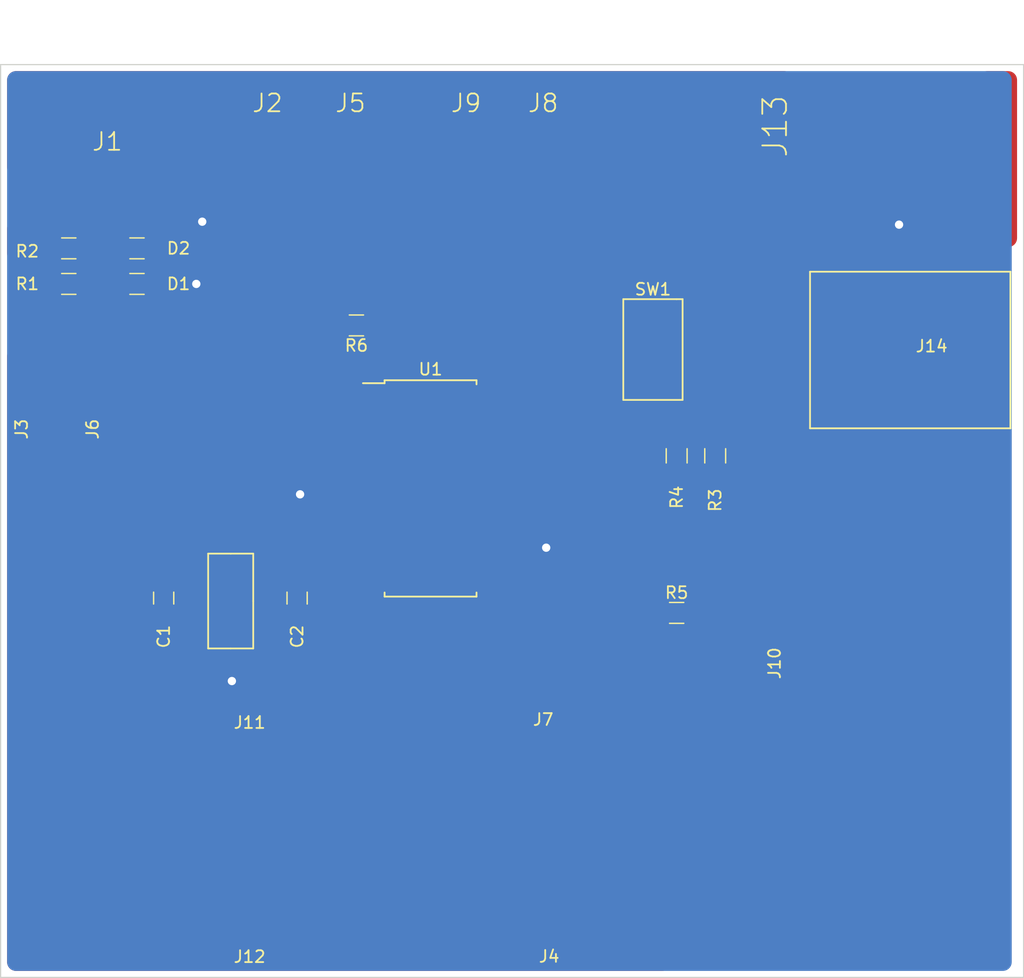
<source format=kicad_pcb>
(kicad_pcb (version 4) (host pcbnew 4.0.5)

  (general
    (links 78)
    (no_connects 0)
    (area 27.275 18.849999 114.550001 102.575)
    (thickness 1.6)
    (drawings 7)
    (tracks 287)
    (zones 0)
    (modules 27)
    (nets 52)
  )

  (page A4)
  (title_block
    (title "Auxiliary PIC Expansion Board")
    (date 2017-03-02)
    (rev 1)
    (company "HotSwap Norden AB, Customer: Innovation Zed")
    (comment 1 "Project: InsulCheck Connect Med., Purpose: Feasibility study")
    (comment 2 "Short title: AUX PIC BRD")
    (comment 3 "Designed by: edli, Reviewed by: khyo")
  )

  (layers
    (0 F.Cu signal)
    (31 B.Cu signal hide)
    (32 B.Adhes user hide)
    (33 F.Adhes user hide)
    (34 B.Paste user hide)
    (35 F.Paste user hide)
    (36 B.SilkS user hide)
    (37 F.SilkS user hide)
    (38 B.Mask user hide)
    (39 F.Mask user hide)
    (40 Dwgs.User user)
    (41 Cmts.User user)
    (42 Eco1.User user)
    (43 Eco2.User user hide)
    (44 Edge.Cuts user)
    (45 Margin user)
    (46 B.CrtYd user hide)
    (47 F.CrtYd user)
    (48 B.Fab user hide)
    (49 F.Fab user hide)
  )

  (setup
    (last_trace_width 0.4)
    (user_trace_width 0.2)
    (user_trace_width 0.3)
    (user_trace_width 0.4)
    (user_trace_width 0.5)
    (user_trace_width 0.6)
    (user_trace_width 0.7)
    (user_trace_width 1)
    (trace_clearance 0.2)
    (zone_clearance 0.5)
    (zone_45_only yes)
    (trace_min 0.2)
    (segment_width 0.2)
    (edge_width 0.1)
    (via_size 1.5)
    (via_drill 0.7)
    (via_min_size 0.4)
    (via_min_drill 0.3)
    (uvia_size 0.3)
    (uvia_drill 0.1)
    (uvias_allowed no)
    (uvia_min_size 0.2)
    (uvia_min_drill 0.1)
    (pcb_text_width 0.3)
    (pcb_text_size 1.5 1.5)
    (mod_edge_width 0.15)
    (mod_text_size 1 1)
    (mod_text_width 0.15)
    (pad_size 1.5 1.5)
    (pad_drill 0.6)
    (pad_to_mask_clearance 0)
    (aux_axis_origin 0 0)
    (visible_elements 7FFFFF79)
    (pcbplotparams
      (layerselection 0x00030_80000001)
      (usegerberextensions false)
      (excludeedgelayer true)
      (linewidth 0.100000)
      (plotframeref false)
      (viasonmask false)
      (mode 1)
      (useauxorigin false)
      (hpglpennumber 1)
      (hpglpenspeed 20)
      (hpglpendiameter 15)
      (hpglpenoverlay 2)
      (psnegative false)
      (psa4output false)
      (plotreference true)
      (plotvalue true)
      (plotinvisibletext false)
      (padsonsilk false)
      (subtractmaskfromsilk false)
      (outputformat 1)
      (mirror false)
      (drillshape 1)
      (scaleselection 1)
      (outputdirectory ""))
  )

  (net 0 "")
  (net 1 "Net-(C1-Pad1)")
  (net 2 GND)
  (net 3 "Net-(C2-Pad1)")
  (net 4 "Net-(D1-Pad2)")
  (net 5 "Net-(D2-Pad2)")
  (net 6 "Net-(J1-Pad2)")
  (net 7 VDD)
  (net 8 "Net-(J3-Pad3)")
  (net 9 "Net-(J3-Pad4)")
  (net 10 "Net-(J3-Pad8)")
  (net 11 "Net-(J3-Pad7)")
  (net 12 "Net-(J3-Pad6)")
  (net 13 "Net-(J3-Pad5)")
  (net 14 "Net-(J4-Pad1)")
  (net 15 "Net-(J4-Pad2)")
  (net 16 "Net-(J4-Pad3)")
  (net 17 "Net-(J4-Pad4)")
  (net 18 "Net-(J4-Pad8)")
  (net 19 "Net-(J4-Pad7)")
  (net 20 "Net-(J4-Pad6)")
  (net 21 "Net-(J4-Pad5)")
  (net 22 "Net-(J7-Pad3)")
  (net 23 "Net-(J7-Pad2)")
  (net 24 "Net-(J7-Pad1)")
  (net 25 "Net-(J10-Pad1)")
  (net 26 "Net-(J11-Pad8)")
  (net 27 "Net-(J11-Pad7)")
  (net 28 "Net-(J11-Pad6)")
  (net 29 "Net-(J11-Pad5)")
  (net 30 "Net-(J11-Pad4)")
  (net 31 "Net-(J11-Pad3)")
  (net 32 "Net-(J11-Pad2)")
  (net 33 "Net-(J11-Pad1)")
  (net 34 "Net-(J12-Pad1)")
  (net 35 "Net-(J12-Pad2)")
  (net 36 /MCLR/VPP)
  (net 37 "/PGD(ICSPDAT)")
  (net 38 "/PGC(ICSPCLK)")
  (net 39 "Net-(J13-Pad6)")
  (net 40 "Net-(J14-Pad6)")
  (net 41 /Guard_trace)
  (net 42 "Net-(R3-Pad2)")
  (net 43 "Net-(R4-Pad1)")
  (net 44 /CAP_SENSOR)
  (net 45 "Net-(SW1-Pad2)")
  (net 46 "Net-(SW1-Pad5)")
  (net 47 "Net-(Y1-Pad2)")
  (net 48 "Net-(Y1-Pad3)")
  (net 49 /RA6)
  (net 50 /RA7)
  (net 51 /VDD_TARGET)

  (net_class Default "This is the default net class."
    (clearance 0.2)
    (trace_width 0.4)
    (via_dia 1.5)
    (via_drill 0.7)
    (uvia_dia 0.3)
    (uvia_drill 0.1)
    (add_net /CAP_SENSOR)
    (add_net /Guard_trace)
    (add_net /MCLR/VPP)
    (add_net "/PGC(ICSPCLK)")
    (add_net "/PGD(ICSPDAT)")
    (add_net /RA6)
    (add_net /RA7)
    (add_net /VDD_TARGET)
    (add_net GND)
    (add_net "Net-(C1-Pad1)")
    (add_net "Net-(C2-Pad1)")
    (add_net "Net-(D1-Pad2)")
    (add_net "Net-(D2-Pad2)")
    (add_net "Net-(J1-Pad2)")
    (add_net "Net-(J10-Pad1)")
    (add_net "Net-(J11-Pad1)")
    (add_net "Net-(J11-Pad2)")
    (add_net "Net-(J11-Pad3)")
    (add_net "Net-(J11-Pad4)")
    (add_net "Net-(J11-Pad5)")
    (add_net "Net-(J11-Pad6)")
    (add_net "Net-(J11-Pad7)")
    (add_net "Net-(J11-Pad8)")
    (add_net "Net-(J12-Pad1)")
    (add_net "Net-(J12-Pad2)")
    (add_net "Net-(J13-Pad6)")
    (add_net "Net-(J14-Pad6)")
    (add_net "Net-(J3-Pad3)")
    (add_net "Net-(J3-Pad4)")
    (add_net "Net-(J3-Pad5)")
    (add_net "Net-(J3-Pad6)")
    (add_net "Net-(J3-Pad7)")
    (add_net "Net-(J3-Pad8)")
    (add_net "Net-(J4-Pad1)")
    (add_net "Net-(J4-Pad2)")
    (add_net "Net-(J4-Pad3)")
    (add_net "Net-(J4-Pad4)")
    (add_net "Net-(J4-Pad5)")
    (add_net "Net-(J4-Pad6)")
    (add_net "Net-(J4-Pad7)")
    (add_net "Net-(J4-Pad8)")
    (add_net "Net-(J7-Pad1)")
    (add_net "Net-(J7-Pad2)")
    (add_net "Net-(J7-Pad3)")
    (add_net "Net-(R3-Pad2)")
    (add_net "Net-(R4-Pad1)")
    (add_net "Net-(SW1-Pad2)")
    (add_net "Net-(SW1-Pad5)")
    (add_net "Net-(Y1-Pad2)")
    (add_net "Net-(Y1-Pad3)")
    (add_net VDD)
  )

  (module Capacitors_SMD:C_0805_HandSoldering (layer F.Cu) (tedit 58B7A554) (tstamp 58B71220)
    (at 42 69.5 270)
    (descr "Capacitor SMD 0805, hand soldering")
    (tags "capacitor 0805")
    (path /58A474C5)
    (attr smd)
    (fp_text reference C1 (at 3.25 0 270) (layer F.SilkS)
      (effects (font (size 1 1) (thickness 0.15)))
    )
    (fp_text value 20pF (at -0.25 -1.75 270) (layer F.Fab)
      (effects (font (size 1 1) (thickness 0.15)))
    )
    (fp_text user %R (at 0 -1.75 270) (layer F.Fab)
      (effects (font (size 1 1) (thickness 0.15)))
    )
    (fp_line (start -1 0.62) (end -1 -0.62) (layer F.Fab) (width 0.1))
    (fp_line (start 1 0.62) (end -1 0.62) (layer F.Fab) (width 0.1))
    (fp_line (start 1 -0.62) (end 1 0.62) (layer F.Fab) (width 0.1))
    (fp_line (start -1 -0.62) (end 1 -0.62) (layer F.Fab) (width 0.1))
    (fp_line (start 0.5 -0.85) (end -0.5 -0.85) (layer F.SilkS) (width 0.12))
    (fp_line (start -0.5 0.85) (end 0.5 0.85) (layer F.SilkS) (width 0.12))
    (fp_line (start -2.25 -0.88) (end 2.25 -0.88) (layer F.CrtYd) (width 0.05))
    (fp_line (start -2.25 -0.88) (end -2.25 0.87) (layer F.CrtYd) (width 0.05))
    (fp_line (start 2.25 0.87) (end 2.25 -0.88) (layer F.CrtYd) (width 0.05))
    (fp_line (start 2.25 0.87) (end -2.25 0.87) (layer F.CrtYd) (width 0.05))
    (pad 1 smd rect (at -1.25 0 270) (size 1.5 1.25) (layers F.Cu F.Paste F.Mask)
      (net 1 "Net-(C1-Pad1)"))
    (pad 2 smd rect (at 1.25 0 270) (size 1.5 1.25) (layers F.Cu F.Paste F.Mask)
      (net 2 GND))
    (model Capacitors_SMD.3dshapes/C_0805.wrl
      (at (xyz 0 0 0))
      (scale (xyz 1 1 1))
      (rotate (xyz 0 0 0))
    )
  )

  (module Capacitors_SMD:C_0805_HandSoldering (layer F.Cu) (tedit 58B7A564) (tstamp 58B71226)
    (at 53.25 69.5 270)
    (descr "Capacitor SMD 0805, hand soldering")
    (tags "capacitor 0805")
    (path /58A4743E)
    (attr smd)
    (fp_text reference C2 (at 3.25 0 270) (layer F.SilkS)
      (effects (font (size 1 1) (thickness 0.15)))
    )
    (fp_text value 20pF (at -0.5 -1.75 270) (layer F.Fab)
      (effects (font (size 1 1) (thickness 0.15)))
    )
    (fp_text user %R (at 0 -1.75 270) (layer F.Fab)
      (effects (font (size 1 1) (thickness 0.15)))
    )
    (fp_line (start -1 0.62) (end -1 -0.62) (layer F.Fab) (width 0.1))
    (fp_line (start 1 0.62) (end -1 0.62) (layer F.Fab) (width 0.1))
    (fp_line (start 1 -0.62) (end 1 0.62) (layer F.Fab) (width 0.1))
    (fp_line (start -1 -0.62) (end 1 -0.62) (layer F.Fab) (width 0.1))
    (fp_line (start 0.5 -0.85) (end -0.5 -0.85) (layer F.SilkS) (width 0.12))
    (fp_line (start -0.5 0.85) (end 0.5 0.85) (layer F.SilkS) (width 0.12))
    (fp_line (start -2.25 -0.88) (end 2.25 -0.88) (layer F.CrtYd) (width 0.05))
    (fp_line (start -2.25 -0.88) (end -2.25 0.87) (layer F.CrtYd) (width 0.05))
    (fp_line (start 2.25 0.87) (end 2.25 -0.88) (layer F.CrtYd) (width 0.05))
    (fp_line (start 2.25 0.87) (end -2.25 0.87) (layer F.CrtYd) (width 0.05))
    (pad 1 smd rect (at -1.25 0 270) (size 1.5 1.25) (layers F.Cu F.Paste F.Mask)
      (net 3 "Net-(C2-Pad1)"))
    (pad 2 smd rect (at 1.25 0 270) (size 1.5 1.25) (layers F.Cu F.Paste F.Mask)
      (net 2 GND))
    (model Capacitors_SMD.3dshapes/C_0805.wrl
      (at (xyz 0 0 0))
      (scale (xyz 1 1 1))
      (rotate (xyz 0 0 0))
    )
  )

  (module Resistors_SMD:R_0805_HandSoldering (layer F.Cu) (tedit 58B7A4C8) (tstamp 58B7122C)
    (at 39.75 43 180)
    (descr "Resistor SMD 0805, hand soldering")
    (tags "resistor 0805")
    (path /58A4E2F1)
    (attr smd)
    (fp_text reference D1 (at -3.5 0 180) (layer F.SilkS)
      (effects (font (size 1 1) (thickness 0.15)))
    )
    (fp_text value LED (at 1 -1.75 180) (layer F.Fab)
      (effects (font (size 1 1) (thickness 0.15)))
    )
    (fp_text user %R (at 0 -1.7 180) (layer F.Fab)
      (effects (font (size 1 1) (thickness 0.15)))
    )
    (fp_line (start -1 0.62) (end -1 -0.62) (layer F.Fab) (width 0.1))
    (fp_line (start 1 0.62) (end -1 0.62) (layer F.Fab) (width 0.1))
    (fp_line (start 1 -0.62) (end 1 0.62) (layer F.Fab) (width 0.1))
    (fp_line (start -1 -0.62) (end 1 -0.62) (layer F.Fab) (width 0.1))
    (fp_line (start 0.6 0.88) (end -0.6 0.88) (layer F.SilkS) (width 0.12))
    (fp_line (start -0.6 -0.88) (end 0.6 -0.88) (layer F.SilkS) (width 0.12))
    (fp_line (start -2.35 -0.9) (end 2.35 -0.9) (layer F.CrtYd) (width 0.05))
    (fp_line (start -2.35 -0.9) (end -2.35 0.9) (layer F.CrtYd) (width 0.05))
    (fp_line (start 2.35 0.9) (end 2.35 -0.9) (layer F.CrtYd) (width 0.05))
    (fp_line (start 2.35 0.9) (end -2.35 0.9) (layer F.CrtYd) (width 0.05))
    (pad 1 smd rect (at -1.35 0 180) (size 1.5 1.3) (layers F.Cu F.Paste F.Mask)
      (net 2 GND))
    (pad 2 smd rect (at 1.35 0 180) (size 1.5 1.3) (layers F.Cu F.Paste F.Mask)
      (net 4 "Net-(D1-Pad2)"))
    (model Resistors_SMD.3dshapes/R_0805.wrl
      (at (xyz 0 0 0))
      (scale (xyz 1 1 1))
      (rotate (xyz 0 0 0))
    )
  )

  (module Resistors_SMD:R_0805_HandSoldering (layer F.Cu) (tedit 58B7A4CE) (tstamp 58B71232)
    (at 39.75 40 180)
    (descr "Resistor SMD 0805, hand soldering")
    (tags "resistor 0805")
    (path /58A4E388)
    (attr smd)
    (fp_text reference D2 (at -3.5 0 180) (layer F.SilkS)
      (effects (font (size 1 1) (thickness 0.15)))
    )
    (fp_text value LED (at 1 1.5 180) (layer F.Fab)
      (effects (font (size 1 1) (thickness 0.15)))
    )
    (fp_text user %R (at 0 -1.7 180) (layer F.Fab)
      (effects (font (size 1 1) (thickness 0.15)))
    )
    (fp_line (start -1 0.62) (end -1 -0.62) (layer F.Fab) (width 0.1))
    (fp_line (start 1 0.62) (end -1 0.62) (layer F.Fab) (width 0.1))
    (fp_line (start 1 -0.62) (end 1 0.62) (layer F.Fab) (width 0.1))
    (fp_line (start -1 -0.62) (end 1 -0.62) (layer F.Fab) (width 0.1))
    (fp_line (start 0.6 0.88) (end -0.6 0.88) (layer F.SilkS) (width 0.12))
    (fp_line (start -0.6 -0.88) (end 0.6 -0.88) (layer F.SilkS) (width 0.12))
    (fp_line (start -2.35 -0.9) (end 2.35 -0.9) (layer F.CrtYd) (width 0.05))
    (fp_line (start -2.35 -0.9) (end -2.35 0.9) (layer F.CrtYd) (width 0.05))
    (fp_line (start 2.35 0.9) (end 2.35 -0.9) (layer F.CrtYd) (width 0.05))
    (fp_line (start 2.35 0.9) (end -2.35 0.9) (layer F.CrtYd) (width 0.05))
    (pad 1 smd rect (at -1.35 0 180) (size 1.5 1.3) (layers F.Cu F.Paste F.Mask)
      (net 2 GND))
    (pad 2 smd rect (at 1.35 0 180) (size 1.5 1.3) (layers F.Cu F.Paste F.Mask)
      (net 5 "Net-(D2-Pad2)"))
    (model Resistors_SMD.3dshapes/R_0805.wrl
      (at (xyz 0 0 0))
      (scale (xyz 1 1 1))
      (rotate (xyz 0 0 0))
    )
  )

  (module Custom_Connectors_SMD:proto_header-vt-1x2-2.54mm-G_C__SABN_M30 (layer F.Cu) (tedit 58B7A46B) (tstamp 58B7123C)
    (at 37.5 35 90)
    (descr "1x2 pin SMD header, G_C_ _SABN-M30, Male, Vertical, Unshrouded, Pitch = 2.54 mm, Pad WxH = 1.4x6.4mm")
    (tags CONN)
    (path /58A456BD)
    (fp_text reference J1 (at 4 -0.25 180) (layer F.SilkS)
      (effects (font (size 1.5 1.5) (thickness 0.15)))
    )
    (fp_text value "SMD Header/Pad" (at 3.55 1.03 180) (layer F.Fab) hide
      (effects (font (size 1 1) (thickness 0.15)))
    )
    (fp_line (start -2.54 -4.06) (end 2.54 -4.06) (layer Eco1.User) (width 0.15))
    (fp_line (start 2.54 -4.06) (end 2.54 4.07) (layer Eco1.User) (width 0.15))
    (fp_line (start 2.54 4.07) (end -2.54 4.07) (layer Eco1.User) (width 0.15))
    (fp_line (start -2.54 4.07) (end -2.54 -4.06) (layer Eco1.User) (width 0.15))
    (pad 1 smd rect (at -1.27 -2.56 90) (size 1.4 6.4) (layers F.Cu F.Paste F.Mask Eco1.User)
      (net 2 GND))
    (pad 2 smd rect (at 1.27 2.56 90) (size 1.4 6.4) (layers F.Cu F.Paste F.Mask Eco1.User)
      (net 6 "Net-(J1-Pad2)"))
  )

  (module Custom_Connectors_SMD:proto_header-vt-1x2-2.54mm-G_C__SABN_M30 (layer F.Cu) (tedit 58B7A489) (tstamp 58B71246)
    (at 50.5 35.25)
    (descr "1x2 pin SMD header, G_C_ _SABN-M30, Male, Vertical, Unshrouded, Pitch = 2.54 mm, Pad WxH = 1.4x6.4mm")
    (tags CONN)
    (path /58A5AFE3)
    (fp_text reference J2 (at 0.25 -7.5 180) (layer F.SilkS)
      (effects (font (size 1.5 1.5) (thickness 0.15)))
    )
    (fp_text value Header (at 3.55 1.03 90) (layer F.Fab) hide
      (effects (font (size 1 1) (thickness 0.15)))
    )
    (fp_line (start -2.54 -4.06) (end 2.54 -4.06) (layer Eco1.User) (width 0.15))
    (fp_line (start 2.54 -4.06) (end 2.54 4.07) (layer Eco1.User) (width 0.15))
    (fp_line (start 2.54 4.07) (end -2.54 4.07) (layer Eco1.User) (width 0.15))
    (fp_line (start -2.54 4.07) (end -2.54 -4.06) (layer Eco1.User) (width 0.15))
    (pad 1 smd rect (at -1.27 -2.56) (size 1.4 6.4) (layers F.Cu F.Paste F.Mask Eco1.User)
      (net 6 "Net-(J1-Pad2)"))
    (pad 2 smd rect (at 1.27 2.56) (size 1.4 6.4) (layers F.Cu F.Paste F.Mask Eco1.User)
      (net 7 VDD))
  )

  (module Temp_edli_1:wire_solder_pad_2.54mm_1x8 (layer F.Cu) (tedit 58B7A4E7) (tstamp 58B71252)
    (at 28.75 55.25 90)
    (path /58A4CB71)
    (fp_text reference J3 (at 0 1.27 90) (layer F.SilkS)
      (effects (font (size 1 1) (thickness 0.15)))
    )
    (fp_text value CONN_01X08 (at 0 -0.5 90) (layer F.Fab) hide
      (effects (font (size 1 1) (thickness 0.15)))
    )
    (pad 1 smd rect (at -8.89 3.81 90) (size 1.5 2) (layers F.Cu F.Paste F.Mask)
      (net 49 /RA6))
    (pad 2 smd rect (at -6.35 3.81 90) (size 1.5 2) (layers F.Cu F.Paste F.Mask)
      (net 50 /RA7))
    (pad 3 smd rect (at -3.81 3.81 90) (size 1.5 2) (layers F.Cu F.Paste F.Mask)
      (net 8 "Net-(J3-Pad3)"))
    (pad 4 smd rect (at -1.27 3.81 90) (size 1.5 2) (layers F.Cu F.Paste F.Mask)
      (net 9 "Net-(J3-Pad4)"))
    (pad 8 smd rect (at 8.89 3.81 90) (size 1.5 2) (layers F.Cu F.Paste F.Mask)
      (net 10 "Net-(J3-Pad8)"))
    (pad 7 smd rect (at 6.35 3.81 90) (size 1.5 2) (layers F.Cu F.Paste F.Mask)
      (net 11 "Net-(J3-Pad7)"))
    (pad 6 smd rect (at 3.81 3.81 90) (size 1.5 2) (layers F.Cu F.Paste F.Mask)
      (net 12 "Net-(J3-Pad6)"))
    (pad 5 smd rect (at 1.27 3.81 90) (size 1.5 2) (layers F.Cu F.Paste F.Mask)
      (net 13 "Net-(J3-Pad5)"))
  )

  (module Temp_edli_1:wire_solder_pad_2.54mm_1x8 (layer F.Cu) (tedit 58B7A516) (tstamp 58B7125E)
    (at 74.5 101 180)
    (path /58A4D11D)
    (fp_text reference J4 (at 0 1.27 180) (layer F.SilkS)
      (effects (font (size 1 1) (thickness 0.15)))
    )
    (fp_text value CONN_01X08 (at 0 -0.5 180) (layer F.Fab) hide
      (effects (font (size 1 1) (thickness 0.15)))
    )
    (pad 1 smd rect (at -8.89 3.81 180) (size 1.5 2) (layers F.Cu F.Paste F.Mask)
      (net 14 "Net-(J4-Pad1)"))
    (pad 2 smd rect (at -6.35 3.81 180) (size 1.5 2) (layers F.Cu F.Paste F.Mask)
      (net 15 "Net-(J4-Pad2)"))
    (pad 3 smd rect (at -3.81 3.81 180) (size 1.5 2) (layers F.Cu F.Paste F.Mask)
      (net 16 "Net-(J4-Pad3)"))
    (pad 4 smd rect (at -1.27 3.81 180) (size 1.5 2) (layers F.Cu F.Paste F.Mask)
      (net 17 "Net-(J4-Pad4)"))
    (pad 8 smd rect (at 8.89 3.81 180) (size 1.5 2) (layers F.Cu F.Paste F.Mask)
      (net 18 "Net-(J4-Pad8)"))
    (pad 7 smd rect (at 6.35 3.81 180) (size 1.5 2) (layers F.Cu F.Paste F.Mask)
      (net 19 "Net-(J4-Pad7)"))
    (pad 6 smd rect (at 3.81 3.81 180) (size 1.5 2) (layers F.Cu F.Paste F.Mask)
      (net 20 "Net-(J4-Pad6)"))
    (pad 5 smd rect (at 1.27 3.81 180) (size 1.5 2) (layers F.Cu F.Paste F.Mask)
      (net 21 "Net-(J4-Pad5)"))
  )

  (module Custom_Connectors_SMD:proto_header-vt-1x2-2.54mm-G_C__SABN_M30 (layer F.Cu) (tedit 58B7A490) (tstamp 58B71268)
    (at 57.5 35.25 180)
    (descr "1x2 pin SMD header, G_C_ _SABN-M30, Male, Vertical, Unshrouded, Pitch = 2.54 mm, Pad WxH = 1.4x6.4mm")
    (tags CONN)
    (path /58A5B05F)
    (fp_text reference J5 (at -0.25 7.5 360) (layer F.SilkS)
      (effects (font (size 1.5 1.5) (thickness 0.15)))
    )
    (fp_text value Header (at 3.55 1.03 270) (layer F.Fab) hide
      (effects (font (size 1 1) (thickness 0.15)))
    )
    (fp_line (start -2.54 -4.06) (end 2.54 -4.06) (layer Eco1.User) (width 0.15))
    (fp_line (start 2.54 -4.06) (end 2.54 4.07) (layer Eco1.User) (width 0.15))
    (fp_line (start 2.54 4.07) (end -2.54 4.07) (layer Eco1.User) (width 0.15))
    (fp_line (start -2.54 4.07) (end -2.54 -4.06) (layer Eco1.User) (width 0.15))
    (pad 1 smd rect (at -1.27 -2.56 180) (size 1.4 6.4) (layers F.Cu F.Paste F.Mask Eco1.User)
      (net 7 VDD))
    (pad 2 smd rect (at 1.27 2.56 180) (size 1.4 6.4) (layers F.Cu F.Paste F.Mask Eco1.User)
      (net 6 "Net-(J1-Pad2)"))
  )

  (module Temp_edli_1:Sullins_SMD_pin_header_1x8_GBC36SABN-M30 (layer F.Cu) (tedit 58B7A4DF) (tstamp 58B71274)
    (at 35 55.25 90)
    (path /58A47D21)
    (fp_text reference J6 (at 0 1 90) (layer F.SilkS)
      (effects (font (size 1 1) (thickness 0.15)))
    )
    (fp_text value CONN_01X08 (at 0 -0.5 90) (layer F.Fab) hide
      (effects (font (size 1 1) (thickness 0.15)))
    )
    (pad 8 smd rect (at 8.89 10.16 90) (size 1.27 6.35) (layers F.Cu F.Paste F.Mask)
      (net 10 "Net-(J3-Pad8)"))
    (pad 7 smd rect (at 6.35 5.08 90) (size 1.27 6.35) (layers F.Cu F.Paste F.Mask)
      (net 11 "Net-(J3-Pad7)"))
    (pad 6 smd rect (at 3.81 10.16 90) (size 1.27 6.35) (layers F.Cu F.Paste F.Mask)
      (net 12 "Net-(J3-Pad6)"))
    (pad 5 smd rect (at 1.27 5.08 90) (size 1.27 6.35) (layers F.Cu F.Paste F.Mask)
      (net 13 "Net-(J3-Pad5)"))
    (pad 4 smd rect (at -1.27 10.16 90) (size 1.27 6.35) (layers F.Cu F.Paste F.Mask)
      (net 9 "Net-(J3-Pad4)"))
    (pad 3 smd rect (at -3.81 5.08 90) (size 1.27 6.35) (layers F.Cu F.Paste F.Mask)
      (net 8 "Net-(J3-Pad3)"))
    (pad 2 smd rect (at -6.35 10.16 90) (size 1.27 6.35) (layers F.Cu F.Paste F.Mask)
      (net 50 /RA7))
    (pad 1 smd rect (at -8.89 5.08 90) (size 1.27 6.35) (layers F.Cu F.Paste F.Mask)
      (net 49 /RA6))
  )

  (module Temp_edli_1:Sullins_SMD_pin_header_1x8_GBC36SABN-M30 (layer F.Cu) (tedit 58B7A538) (tstamp 58B71280)
    (at 74.5 94.75 180)
    (path /58A4937C)
    (fp_text reference J7 (at 0.5 15 180) (layer F.SilkS)
      (effects (font (size 1 1) (thickness 0.15)))
    )
    (fp_text value CONN_01X08 (at 0 -0.5 180) (layer F.Fab) hide
      (effects (font (size 1 1) (thickness 0.15)))
    )
    (pad 8 smd rect (at 8.89 10.16 180) (size 1.27 6.35) (layers F.Cu F.Paste F.Mask)
      (net 18 "Net-(J4-Pad8)"))
    (pad 7 smd rect (at 6.35 5.08 180) (size 1.27 6.35) (layers F.Cu F.Paste F.Mask)
      (net 19 "Net-(J4-Pad7)"))
    (pad 6 smd rect (at 3.81 10.16 180) (size 1.27 6.35) (layers F.Cu F.Paste F.Mask)
      (net 20 "Net-(J4-Pad6)"))
    (pad 5 smd rect (at 1.27 5.08 180) (size 1.27 6.35) (layers F.Cu F.Paste F.Mask)
      (net 21 "Net-(J4-Pad5)"))
    (pad 4 smd rect (at -1.27 10.16 180) (size 1.27 6.35) (layers F.Cu F.Paste F.Mask)
      (net 17 "Net-(J4-Pad4)"))
    (pad 3 smd rect (at -3.81 5.08 180) (size 1.27 6.35) (layers F.Cu F.Paste F.Mask)
      (net 22 "Net-(J7-Pad3)"))
    (pad 2 smd rect (at -6.35 10.16 180) (size 1.27 6.35) (layers F.Cu F.Paste F.Mask)
      (net 23 "Net-(J7-Pad2)"))
    (pad 1 smd rect (at -8.89 5.08 180) (size 1.27 6.35) (layers F.Cu F.Paste F.Mask)
      (net 24 "Net-(J7-Pad1)"))
  )

  (module Custom_Connectors_SMD:proto_header-vt-1x2-2.54mm-G_C__SABN_M30 (layer F.Cu) (tedit 58B7A3F3) (tstamp 58B7128A)
    (at 74 35.25 180)
    (descr "1x2 pin SMD header, G_C_ _SABN-M30, Male, Vertical, Unshrouded, Pitch = 2.54 mm, Pad WxH = 1.4x6.4mm")
    (tags CONN)
    (path /58B7B56E)
    (fp_text reference J8 (at 0 7.5 360) (layer F.SilkS)
      (effects (font (size 1.5 1.5) (thickness 0.15)))
    )
    (fp_text value Header (at 3.55 1.03 270) (layer F.Fab) hide
      (effects (font (size 1 1) (thickness 0.15)))
    )
    (fp_line (start -2.54 -4.06) (end 2.54 -4.06) (layer Eco1.User) (width 0.15))
    (fp_line (start 2.54 -4.06) (end 2.54 4.07) (layer Eco1.User) (width 0.15))
    (fp_line (start 2.54 4.07) (end -2.54 4.07) (layer Eco1.User) (width 0.15))
    (fp_line (start -2.54 4.07) (end -2.54 -4.06) (layer Eco1.User) (width 0.15))
    (pad 1 smd rect (at -1.27 -2.56 180) (size 1.4 6.4) (layers F.Cu F.Paste F.Mask Eco1.User)
      (net 51 /VDD_TARGET))
    (pad 2 smd rect (at 1.27 2.56 180) (size 1.4 6.4) (layers F.Cu F.Paste F.Mask Eco1.User)
      (net 6 "Net-(J1-Pad2)"))
  )

  (module Custom_Connectors_SMD:proto_header-vt-1x2-2.54mm-G_C__SABN_M30 (layer F.Cu) (tedit 58B7A455) (tstamp 58B71294)
    (at 67.25 35.25)
    (descr "1x2 pin SMD header, G_C_ _SABN-M30, Male, Vertical, Unshrouded, Pitch = 2.54 mm, Pad WxH = 1.4x6.4mm")
    (tags CONN)
    (path /58B7B5DF)
    (fp_text reference J9 (at 0.25 -7.5 180) (layer F.SilkS)
      (effects (font (size 1.5 1.5) (thickness 0.15)))
    )
    (fp_text value Header (at 3.55 1.03 90) (layer F.Fab) hide
      (effects (font (size 1 1) (thickness 0.15)))
    )
    (fp_line (start -2.54 -4.06) (end 2.54 -4.06) (layer Eco1.User) (width 0.15))
    (fp_line (start 2.54 -4.06) (end 2.54 4.07) (layer Eco1.User) (width 0.15))
    (fp_line (start 2.54 4.07) (end -2.54 4.07) (layer Eco1.User) (width 0.15))
    (fp_line (start -2.54 4.07) (end -2.54 -4.06) (layer Eco1.User) (width 0.15))
    (pad 1 smd rect (at -1.27 -2.56) (size 1.4 6.4) (layers F.Cu F.Paste F.Mask Eco1.User)
      (net 51 /VDD_TARGET))
    (pad 2 smd rect (at 1.27 2.56) (size 1.4 6.4) (layers F.Cu F.Paste F.Mask Eco1.User)
      (net 7 VDD))
  )

  (module Temp_edli_1:Capsense_Pad (layer F.Cu) (tedit 58B7A544) (tstamp 58B71299)
    (at 92.5 75 90)
    (path /58A5D27E)
    (fp_text reference J10 (at 0 1 90) (layer F.SilkS)
      (effects (font (size 1 1) (thickness 0.15)))
    )
    (fp_text value "Cap Sens Pad" (at 0.5 13.25 90) (layer F.Fab)
      (effects (font (size 1 1) (thickness 0.15)))
    )
    (pad 1 smd rect (at 0 7 90) (size 20 10) (layers F.Cu F.Paste F.Mask)
      (net 25 "Net-(J10-Pad1)"))
  )

  (module Temp_edli_1:Sullins_SMD_pin_header_1x8_GBC36SABN-M30 (layer F.Cu) (tedit 58B7A52E) (tstamp 58B712A5)
    (at 49.25 79.5)
    (path /58A49E94)
    (fp_text reference J11 (at 0 0.5) (layer F.SilkS)
      (effects (font (size 1 1) (thickness 0.15)))
    )
    (fp_text value CONN_01X08 (at 0 -0.5) (layer F.Fab) hide
      (effects (font (size 1 1) (thickness 0.15)))
    )
    (pad 8 smd rect (at 8.89 10.16) (size 1.27 6.35) (layers F.Cu F.Paste F.Mask)
      (net 26 "Net-(J11-Pad8)"))
    (pad 7 smd rect (at 6.35 5.08) (size 1.27 6.35) (layers F.Cu F.Paste F.Mask)
      (net 27 "Net-(J11-Pad7)"))
    (pad 6 smd rect (at 3.81 10.16) (size 1.27 6.35) (layers F.Cu F.Paste F.Mask)
      (net 28 "Net-(J11-Pad6)"))
    (pad 5 smd rect (at 1.27 5.08) (size 1.27 6.35) (layers F.Cu F.Paste F.Mask)
      (net 29 "Net-(J11-Pad5)"))
    (pad 4 smd rect (at -1.27 10.16) (size 1.27 6.35) (layers F.Cu F.Paste F.Mask)
      (net 30 "Net-(J11-Pad4)"))
    (pad 3 smd rect (at -3.81 5.08) (size 1.27 6.35) (layers F.Cu F.Paste F.Mask)
      (net 31 "Net-(J11-Pad3)"))
    (pad 2 smd rect (at -6.35 10.16) (size 1.27 6.35) (layers F.Cu F.Paste F.Mask)
      (net 32 "Net-(J11-Pad2)"))
    (pad 1 smd rect (at -8.89 5.08) (size 1.27 6.35) (layers F.Cu F.Paste F.Mask)
      (net 33 "Net-(J11-Pad1)"))
  )

  (module Temp_edli_1:wire_solder_pad_2.54mm_1x8 (layer F.Cu) (tedit 58B7A526) (tstamp 58B712B1)
    (at 49.25 93.5)
    (path /58A4C63C)
    (fp_text reference J12 (at 0 6.25) (layer F.SilkS)
      (effects (font (size 1 1) (thickness 0.15)))
    )
    (fp_text value CONN_01X08 (at 0 -0.5) (layer F.Fab) hide
      (effects (font (size 1 1) (thickness 0.15)))
    )
    (pad 1 smd rect (at -8.89 3.81) (size 1.5 2) (layers F.Cu F.Paste F.Mask)
      (net 34 "Net-(J12-Pad1)"))
    (pad 2 smd rect (at -6.35 3.81) (size 1.5 2) (layers F.Cu F.Paste F.Mask)
      (net 35 "Net-(J12-Pad2)"))
    (pad 3 smd rect (at -3.81 3.81) (size 1.5 2) (layers F.Cu F.Paste F.Mask)
      (net 31 "Net-(J11-Pad3)"))
    (pad 4 smd rect (at -1.27 3.81) (size 1.5 2) (layers F.Cu F.Paste F.Mask)
      (net 30 "Net-(J11-Pad4)"))
    (pad 8 smd rect (at 8.89 3.81) (size 1.5 2) (layers F.Cu F.Paste F.Mask)
      (net 26 "Net-(J11-Pad8)"))
    (pad 7 smd rect (at 6.35 3.81) (size 1.5 2) (layers F.Cu F.Paste F.Mask)
      (net 27 "Net-(J11-Pad7)"))
    (pad 6 smd rect (at 3.81 3.81) (size 1.5 2) (layers F.Cu F.Paste F.Mask)
      (net 28 "Net-(J11-Pad6)"))
    (pad 5 smd rect (at 1.27 3.81) (size 1.5 2) (layers F.Cu F.Paste F.Mask)
      (net 29 "Net-(J11-Pad5)"))
  )

  (module Custom_Connectors_SMD:proto_header-hz-1x6-2.54mm-G_C__SABN_M89 (layer F.Cu) (tedit 58B7A3D3) (tstamp 58B712C4)
    (at 102.75 32)
    (descr "1x2 pin SMD header, G_C_ _SABN-M89, Male, Horizontal, Unshrouded, Pitch = 2.54 mm, Pad WxH = 1.4x2mm")
    (tags CONN)
    (path /58A45214)
    (fp_text reference J13 (at -9.2 -2.3 90) (layer F.SilkS)
      (effects (font (size 2 2) (thickness 0.15)))
    )
    (fp_text value "Prog. Header SMD/RA" (at 0 2.25) (layer F.Fab)
      (effects (font (size 1 1) (thickness 0.15)))
    )
    (fp_text user Body (at 0 -5.2) (layer Eco1.User)
      (effects (font (size 1.5 1.5) (thickness 0.1)))
    )
    (fp_text user Pins (at 0 -10.3) (layer Eco1.User)
      (effects (font (size 1.5 1.5) (thickness 0.1)))
    )
    (fp_line (start -6.5 -7.1) (end -6.5 -12.9) (layer Eco1.User) (width 0.1))
    (fp_line (start -6.5 -12.9) (end 6.5 -12.9) (layer Eco1.User) (width 0.1))
    (fp_line (start 6.5 -12.9) (end 6.5 -7.1) (layer Eco1.User) (width 0.1))
    (fp_line (start -7.7 0) (end -7.7 -7.1) (layer Eco1.User) (width 0.15))
    (fp_line (start -7.7 -7.1) (end 7.7 -7.1) (layer Eco1.User) (width 0.15))
    (fp_line (start 7.7 -7.1) (end 7.7 0) (layer Eco1.User) (width 0.15))
    (fp_line (start 7.7 0) (end -7.7 0) (layer Eco1.User) (width 0.15))
    (pad 1 smd rect (at 6.35 0) (size 1.4 2) (layers F.Cu F.Paste F.Mask)
      (net 36 /MCLR/VPP))
    (pad 2 smd rect (at 3.81 0) (size 1.4 2) (layers F.Cu F.Paste F.Mask)
      (net 51 /VDD_TARGET))
    (pad 3 smd rect (at 1.27 0) (size 1.4 2) (layers F.Cu F.Paste F.Mask)
      (net 2 GND))
    (pad 4 smd rect (at -1.27 0) (size 1.4 2) (layers F.Cu F.Paste F.Mask)
      (net 37 "/PGD(ICSPDAT)"))
    (pad 5 smd rect (at -3.81 0) (size 1.4 2) (layers F.Cu F.Paste F.Mask)
      (net 38 "/PGC(ICSPCLK)"))
    (pad 6 smd rect (at -6.35 0) (size 1.4 2) (layers F.Cu F.Paste F.Mask)
      (net 39 "Net-(J13-Pad6)"))
  )

  (module Temp_edli_1:RJ11_SMD_Socket (layer F.Cu) (tedit 58B7A599) (tstamp 58B712D4)
    (at 98.5 48.5 90)
    (path /58B80C78)
    (fp_text reference J14 (at 0.25 8.25 360) (layer F.SilkS)
      (effects (font (size 1 1) (thickness 0.15)))
    )
    (fp_text value RJLSE6306101T2 (at 0 4 270) (layer F.Fab)
      (effects (font (size 1 1) (thickness 0.15)))
    )
    (fp_line (start -6.68 -2.005) (end 6.53 -2.005) (layer F.SilkS) (width 0.15))
    (fp_line (start 6.53 -2.005) (end 6.53 14.885) (layer F.SilkS) (width 0.15))
    (fp_line (start -6.68 14.885) (end 6.53 14.885) (layer F.SilkS) (width 0.15))
    (fp_line (start -6.68 -2.005) (end -6.68 14.885) (layer F.SilkS) (width 0.15))
    (pad "" smd rect (at -5.34 9.09 90) (size 2.54 5.21) (layers F.Cu F.Paste F.Mask))
    (pad 1 smd rect (at -3.175 -2.54 90) (size 0.635 4.75) (layers F.Cu F.Paste F.Mask)
      (net 36 /MCLR/VPP))
    (pad "" smd rect (at 5.33 9.09 90) (size 2.54 5.21) (layers F.Cu F.Paste F.Mask))
    (pad 2 smd rect (at -1.905 -2.54 90) (size 0.635 4.75) (layers F.Cu F.Paste F.Mask)
      (net 51 /VDD_TARGET))
    (pad 3 smd rect (at -0.635 -2.54 90) (size 0.635 4.75) (layers F.Cu F.Paste F.Mask)
      (net 2 GND))
    (pad 4 smd rect (at 0.635 -2.54 90) (size 0.635 4.75) (layers F.Cu F.Paste F.Mask)
      (net 37 "/PGD(ICSPDAT)"))
    (pad 5 smd rect (at 1.905 -2.54 90) (size 0.635 4.75) (layers F.Cu F.Paste F.Mask)
      (net 38 "/PGC(ICSPCLK)"))
    (pad 6 smd rect (at 3.175 -2.54 90) (size 0.635 4.75) (layers F.Cu F.Paste F.Mask)
      (net 40 "Net-(J14-Pad6)"))
  )

  (module Resistors_SMD:R_0805_HandSoldering (layer F.Cu) (tedit 58B7A4B1) (tstamp 58B712DA)
    (at 34 43 180)
    (descr "Resistor SMD 0805, hand soldering")
    (tags "resistor 0805")
    (path /58A4E0BF)
    (attr smd)
    (fp_text reference R1 (at 3.5 0 180) (layer F.SilkS)
      (effects (font (size 1 1) (thickness 0.15)))
    )
    (fp_text value R (at -1.5 -1.75 180) (layer F.Fab)
      (effects (font (size 1 1) (thickness 0.15)))
    )
    (fp_text user %R (at 0 -1.7 180) (layer F.Fab)
      (effects (font (size 1 1) (thickness 0.15)))
    )
    (fp_line (start -1 0.62) (end -1 -0.62) (layer F.Fab) (width 0.1))
    (fp_line (start 1 0.62) (end -1 0.62) (layer F.Fab) (width 0.1))
    (fp_line (start 1 -0.62) (end 1 0.62) (layer F.Fab) (width 0.1))
    (fp_line (start -1 -0.62) (end 1 -0.62) (layer F.Fab) (width 0.1))
    (fp_line (start 0.6 0.88) (end -0.6 0.88) (layer F.SilkS) (width 0.12))
    (fp_line (start -0.6 -0.88) (end 0.6 -0.88) (layer F.SilkS) (width 0.12))
    (fp_line (start -2.35 -0.9) (end 2.35 -0.9) (layer F.CrtYd) (width 0.05))
    (fp_line (start -2.35 -0.9) (end -2.35 0.9) (layer F.CrtYd) (width 0.05))
    (fp_line (start 2.35 0.9) (end 2.35 -0.9) (layer F.CrtYd) (width 0.05))
    (fp_line (start 2.35 0.9) (end -2.35 0.9) (layer F.CrtYd) (width 0.05))
    (pad 1 smd rect (at -1.35 0 180) (size 1.5 1.3) (layers F.Cu F.Paste F.Mask)
      (net 4 "Net-(D1-Pad2)"))
    (pad 2 smd rect (at 1.35 0 180) (size 1.5 1.3) (layers F.Cu F.Paste F.Mask)
      (net 10 "Net-(J3-Pad8)"))
    (model Resistors_SMD.3dshapes/R_0805.wrl
      (at (xyz 0 0 0))
      (scale (xyz 1 1 1))
      (rotate (xyz 0 0 0))
    )
  )

  (module Resistors_SMD:R_0805_HandSoldering (layer F.Cu) (tedit 58B7A4BC) (tstamp 58B712E0)
    (at 34 40 180)
    (descr "Resistor SMD 0805, hand soldering")
    (tags "resistor 0805")
    (path /58A4DF86)
    (attr smd)
    (fp_text reference R2 (at 3.5 -0.25 180) (layer F.SilkS)
      (effects (font (size 1 1) (thickness 0.15)))
    )
    (fp_text value R (at -1.5 1.5 180) (layer F.Fab)
      (effects (font (size 1 1) (thickness 0.15)))
    )
    (fp_text user %R (at 0 -1.7 180) (layer F.Fab)
      (effects (font (size 1 1) (thickness 0.15)))
    )
    (fp_line (start -1 0.62) (end -1 -0.62) (layer F.Fab) (width 0.1))
    (fp_line (start 1 0.62) (end -1 0.62) (layer F.Fab) (width 0.1))
    (fp_line (start 1 -0.62) (end 1 0.62) (layer F.Fab) (width 0.1))
    (fp_line (start -1 -0.62) (end 1 -0.62) (layer F.Fab) (width 0.1))
    (fp_line (start 0.6 0.88) (end -0.6 0.88) (layer F.SilkS) (width 0.12))
    (fp_line (start -0.6 -0.88) (end 0.6 -0.88) (layer F.SilkS) (width 0.12))
    (fp_line (start -2.35 -0.9) (end 2.35 -0.9) (layer F.CrtYd) (width 0.05))
    (fp_line (start -2.35 -0.9) (end -2.35 0.9) (layer F.CrtYd) (width 0.05))
    (fp_line (start 2.35 0.9) (end 2.35 -0.9) (layer F.CrtYd) (width 0.05))
    (fp_line (start 2.35 0.9) (end -2.35 0.9) (layer F.CrtYd) (width 0.05))
    (pad 1 smd rect (at -1.35 0 180) (size 1.5 1.3) (layers F.Cu F.Paste F.Mask)
      (net 5 "Net-(D2-Pad2)"))
    (pad 2 smd rect (at 1.35 0 180) (size 1.5 1.3) (layers F.Cu F.Paste F.Mask)
      (net 11 "Net-(J3-Pad7)"))
    (model Resistors_SMD.3dshapes/R_0805.wrl
      (at (xyz 0 0 0))
      (scale (xyz 1 1 1))
      (rotate (xyz 0 0 0))
    )
  )

  (module Resistors_SMD:R_0805_HandSoldering (layer F.Cu) (tedit 58B7A5B8) (tstamp 58B712E6)
    (at 88.5 57.5 90)
    (descr "Resistor SMD 0805, hand soldering")
    (tags "resistor 0805")
    (path /58ADB679)
    (attr smd)
    (fp_text reference R3 (at -3.75 0 90) (layer F.SilkS)
      (effects (font (size 1 1) (thickness 0.15)))
    )
    (fp_text value R (at 3.5 0 90) (layer F.Fab)
      (effects (font (size 1 1) (thickness 0.15)))
    )
    (fp_text user %R (at 0 -1.7 90) (layer F.Fab)
      (effects (font (size 1 1) (thickness 0.15)))
    )
    (fp_line (start -1 0.62) (end -1 -0.62) (layer F.Fab) (width 0.1))
    (fp_line (start 1 0.62) (end -1 0.62) (layer F.Fab) (width 0.1))
    (fp_line (start 1 -0.62) (end 1 0.62) (layer F.Fab) (width 0.1))
    (fp_line (start -1 -0.62) (end 1 -0.62) (layer F.Fab) (width 0.1))
    (fp_line (start 0.6 0.88) (end -0.6 0.88) (layer F.SilkS) (width 0.12))
    (fp_line (start -0.6 -0.88) (end 0.6 -0.88) (layer F.SilkS) (width 0.12))
    (fp_line (start -2.35 -0.9) (end 2.35 -0.9) (layer F.CrtYd) (width 0.05))
    (fp_line (start -2.35 -0.9) (end -2.35 0.9) (layer F.CrtYd) (width 0.05))
    (fp_line (start 2.35 0.9) (end 2.35 -0.9) (layer F.CrtYd) (width 0.05))
    (fp_line (start 2.35 0.9) (end -2.35 0.9) (layer F.CrtYd) (width 0.05))
    (pad 1 smd rect (at -1.35 0 90) (size 1.5 1.3) (layers F.Cu F.Paste F.Mask)
      (net 41 /Guard_trace))
    (pad 2 smd rect (at 1.35 0 90) (size 1.5 1.3) (layers F.Cu F.Paste F.Mask)
      (net 42 "Net-(R3-Pad2)"))
    (model Resistors_SMD.3dshapes/R_0805.wrl
      (at (xyz 0 0 0))
      (scale (xyz 1 1 1))
      (rotate (xyz 0 0 0))
    )
  )

  (module Resistors_SMD:R_0805_HandSoldering (layer F.Cu) (tedit 58B7A5BD) (tstamp 58B712EC)
    (at 85.25 57.5 270)
    (descr "Resistor SMD 0805, hand soldering")
    (tags "resistor 0805")
    (path /58ADA5F0)
    (attr smd)
    (fp_text reference R4 (at 3.5 0 270) (layer F.SilkS)
      (effects (font (size 1 1) (thickness 0.15)))
    )
    (fp_text value R (at -3.25 0 270) (layer F.Fab)
      (effects (font (size 1 1) (thickness 0.15)))
    )
    (fp_text user %R (at 0 -1.7 270) (layer F.Fab)
      (effects (font (size 1 1) (thickness 0.15)))
    )
    (fp_line (start -1 0.62) (end -1 -0.62) (layer F.Fab) (width 0.1))
    (fp_line (start 1 0.62) (end -1 0.62) (layer F.Fab) (width 0.1))
    (fp_line (start 1 -0.62) (end 1 0.62) (layer F.Fab) (width 0.1))
    (fp_line (start -1 -0.62) (end 1 -0.62) (layer F.Fab) (width 0.1))
    (fp_line (start 0.6 0.88) (end -0.6 0.88) (layer F.SilkS) (width 0.12))
    (fp_line (start -0.6 -0.88) (end 0.6 -0.88) (layer F.SilkS) (width 0.12))
    (fp_line (start -2.35 -0.9) (end 2.35 -0.9) (layer F.CrtYd) (width 0.05))
    (fp_line (start -2.35 -0.9) (end -2.35 0.9) (layer F.CrtYd) (width 0.05))
    (fp_line (start 2.35 0.9) (end 2.35 -0.9) (layer F.CrtYd) (width 0.05))
    (fp_line (start 2.35 0.9) (end -2.35 0.9) (layer F.CrtYd) (width 0.05))
    (pad 1 smd rect (at -1.35 0 270) (size 1.5 1.3) (layers F.Cu F.Paste F.Mask)
      (net 43 "Net-(R4-Pad1)"))
    (pad 2 smd rect (at 1.35 0 270) (size 1.5 1.3) (layers F.Cu F.Paste F.Mask)
      (net 41 /Guard_trace))
    (model Resistors_SMD.3dshapes/R_0805.wrl
      (at (xyz 0 0 0))
      (scale (xyz 1 1 1))
      (rotate (xyz 0 0 0))
    )
  )

  (module Resistors_SMD:R_0805_HandSoldering (layer F.Cu) (tedit 58AADA1D) (tstamp 58B712F2)
    (at 85.25 70.75)
    (descr "Resistor SMD 0805, hand soldering")
    (tags "resistor 0805")
    (path /58A5E282)
    (attr smd)
    (fp_text reference R5 (at 0 -1.7) (layer F.SilkS)
      (effects (font (size 1 1) (thickness 0.15)))
    )
    (fp_text value R (at 0 1.75) (layer F.Fab)
      (effects (font (size 1 1) (thickness 0.15)))
    )
    (fp_text user %R (at 0 -1.7) (layer F.Fab)
      (effects (font (size 1 1) (thickness 0.15)))
    )
    (fp_line (start -1 0.62) (end -1 -0.62) (layer F.Fab) (width 0.1))
    (fp_line (start 1 0.62) (end -1 0.62) (layer F.Fab) (width 0.1))
    (fp_line (start 1 -0.62) (end 1 0.62) (layer F.Fab) (width 0.1))
    (fp_line (start -1 -0.62) (end 1 -0.62) (layer F.Fab) (width 0.1))
    (fp_line (start 0.6 0.88) (end -0.6 0.88) (layer F.SilkS) (width 0.12))
    (fp_line (start -0.6 -0.88) (end 0.6 -0.88) (layer F.SilkS) (width 0.12))
    (fp_line (start -2.35 -0.9) (end 2.35 -0.9) (layer F.CrtYd) (width 0.05))
    (fp_line (start -2.35 -0.9) (end -2.35 0.9) (layer F.CrtYd) (width 0.05))
    (fp_line (start 2.35 0.9) (end 2.35 -0.9) (layer F.CrtYd) (width 0.05))
    (fp_line (start 2.35 0.9) (end -2.35 0.9) (layer F.CrtYd) (width 0.05))
    (pad 1 smd rect (at -1.35 0) (size 1.5 1.3) (layers F.Cu F.Paste F.Mask)
      (net 44 /CAP_SENSOR))
    (pad 2 smd rect (at 1.35 0) (size 1.5 1.3) (layers F.Cu F.Paste F.Mask)
      (net 25 "Net-(J10-Pad1)"))
    (model Resistors_SMD.3dshapes/R_0805.wrl
      (at (xyz 0 0 0))
      (scale (xyz 1 1 1))
      (rotate (xyz 0 0 0))
    )
  )

  (module Resistors_SMD:R_0805_HandSoldering (layer F.Cu) (tedit 58AADA1D) (tstamp 58B712F8)
    (at 58.25 46.5 180)
    (descr "Resistor SMD 0805, hand soldering")
    (tags "resistor 0805")
    (path /58A468CC)
    (attr smd)
    (fp_text reference R6 (at 0 -1.7 180) (layer F.SilkS)
      (effects (font (size 1 1) (thickness 0.15)))
    )
    (fp_text value 50k (at 0 1.75 180) (layer F.Fab)
      (effects (font (size 1 1) (thickness 0.15)))
    )
    (fp_text user %R (at 0 -1.7 180) (layer F.Fab)
      (effects (font (size 1 1) (thickness 0.15)))
    )
    (fp_line (start -1 0.62) (end -1 -0.62) (layer F.Fab) (width 0.1))
    (fp_line (start 1 0.62) (end -1 0.62) (layer F.Fab) (width 0.1))
    (fp_line (start 1 -0.62) (end 1 0.62) (layer F.Fab) (width 0.1))
    (fp_line (start -1 -0.62) (end 1 -0.62) (layer F.Fab) (width 0.1))
    (fp_line (start 0.6 0.88) (end -0.6 0.88) (layer F.SilkS) (width 0.12))
    (fp_line (start -0.6 -0.88) (end 0.6 -0.88) (layer F.SilkS) (width 0.12))
    (fp_line (start -2.35 -0.9) (end 2.35 -0.9) (layer F.CrtYd) (width 0.05))
    (fp_line (start -2.35 -0.9) (end -2.35 0.9) (layer F.CrtYd) (width 0.05))
    (fp_line (start 2.35 0.9) (end 2.35 -0.9) (layer F.CrtYd) (width 0.05))
    (fp_line (start 2.35 0.9) (end -2.35 0.9) (layer F.CrtYd) (width 0.05))
    (pad 1 smd rect (at -1.35 0 180) (size 1.5 1.3) (layers F.Cu F.Paste F.Mask)
      (net 36 /MCLR/VPP))
    (pad 2 smd rect (at 1.35 0 180) (size 1.5 1.3) (layers F.Cu F.Paste F.Mask)
      (net 7 VDD))
    (model Resistors_SMD.3dshapes/R_0805.wrl
      (at (xyz 0 0 0))
      (scale (xyz 1 1 1))
      (rotate (xyz 0 0 0))
    )
  )

  (module Temp_edli_1:NKKSwitches_G3T22AP (layer F.Cu) (tedit 58B7A5A5) (tstamp 58B71307)
    (at 83.25 54.25 180)
    (path /58AD9EC0)
    (fp_text reference SW1 (at 0 10.795 180) (layer F.SilkS)
      (effects (font (size 1 1) (thickness 0.15)))
    )
    (fp_text value G3T22AP (at 0 5.25 270) (layer F.Fab)
      (effects (font (size 1 1) (thickness 0.15)))
    )
    (fp_line (start -2.5 1.465) (end 2.5 1.465) (layer F.SilkS) (width 0.15))
    (fp_line (start 2.5 1.465) (end 2.5 9.965) (layer F.SilkS) (width 0.15))
    (fp_line (start 2.5 9.965) (end -2 9.965) (layer F.SilkS) (width 0.15))
    (fp_line (start -2 9.965) (end -2.5 9.965) (layer F.SilkS) (width 0.15))
    (fp_line (start -2.5 9.965) (end -2.5 1.465) (layer F.SilkS) (width 0.15))
    (pad 3 smd rect (at 3.81 7.62 180) (size 1.7 0.7) (layers F.Cu F.Paste F.Mask)
      (net 38 "/PGC(ICSPCLK)"))
    (pad 1 smd rect (at 3.81 2.54 180) (size 1.7 0.7) (layers F.Cu F.Paste F.Mask)
      (net 43 "Net-(R4-Pad1)"))
    (pad 2 smd rect (at 3.81 5.08 180) (size 1.7 0.7) (layers F.Cu F.Paste F.Mask)
      (net 45 "Net-(SW1-Pad2)"))
    (pad 6 smd rect (at -3.85 8.89 180) (size 1.7 0.7) (layers F.Cu F.Paste F.Mask)
      (net 37 "/PGD(ICSPDAT)"))
    (pad 5 smd rect (at -3.85 6.35 180) (size 1.7 0.7) (layers F.Cu F.Paste F.Mask)
      (net 46 "Net-(SW1-Pad5)"))
    (pad 4 smd rect (at -3.85 3.81 180) (size 1.7 0.7) (layers F.Cu F.Paste F.Mask)
      (net 42 "Net-(R3-Pad2)"))
  )

  (module Temp_edli_1:SOIC-28W_7.5x17.9mm_Pitch1.27mm (layer F.Cu) (tedit 58AEE055) (tstamp 58B71337)
    (at 64.5 60.25)
    (descr "28-Lead Plastic Small Outline (SO) - Wide, 7.50 mm Body [SOIC] (see Microchip Packaging Specification 00000049BS.pdf)")
    (tags "SOIC 1.27")
    (path /58A45159)
    (attr smd)
    (fp_text reference U1 (at 0 -10.05) (layer F.SilkS)
      (effects (font (size 1 1) (thickness 0.15)))
    )
    (fp_text value "PIC16(L)F1512-I/SO" (at 0 10.05) (layer F.Fab)
      (effects (font (size 1 1) (thickness 0.15)))
    )
    (fp_line (start -2.75 -8.95) (end 3.75 -8.95) (layer F.Fab) (width 0.15))
    (fp_line (start 3.75 -8.95) (end 3.75 8.95) (layer F.Fab) (width 0.15))
    (fp_line (start 3.75 8.95) (end -3.75 8.95) (layer F.Fab) (width 0.15))
    (fp_line (start -3.75 8.95) (end -3.75 -7.95) (layer F.Fab) (width 0.15))
    (fp_line (start -3.75 -7.95) (end -2.75 -8.95) (layer F.Fab) (width 0.15))
    (fp_line (start -5.95 -9.3) (end -5.95 9.3) (layer F.CrtYd) (width 0.05))
    (fp_line (start 5.95 -9.3) (end 5.95 9.3) (layer F.CrtYd) (width 0.05))
    (fp_line (start -5.95 -9.3) (end 5.95 -9.3) (layer F.CrtYd) (width 0.05))
    (fp_line (start -5.95 9.3) (end 5.95 9.3) (layer F.CrtYd) (width 0.05))
    (fp_line (start -3.875 -9.125) (end -3.875 -8.875) (layer F.SilkS) (width 0.15))
    (fp_line (start 3.875 -9.125) (end 3.875 -8.78) (layer F.SilkS) (width 0.15))
    (fp_line (start 3.875 9.125) (end 3.875 8.78) (layer F.SilkS) (width 0.15))
    (fp_line (start -3.875 9.125) (end -3.875 8.78) (layer F.SilkS) (width 0.15))
    (fp_line (start -3.875 -9.125) (end 3.875 -9.125) (layer F.SilkS) (width 0.15))
    (fp_line (start -3.875 9.125) (end 3.875 9.125) (layer F.SilkS) (width 0.15))
    (fp_line (start -3.875 -8.875) (end -5.7 -8.875) (layer F.SilkS) (width 0.15))
    (pad 1 smd rect (at -4.95 -8.255) (size 2.5 0.6) (layers F.Cu F.Paste F.Mask)
      (net 36 /MCLR/VPP))
    (pad 2 smd rect (at -4.95 -6.985) (size 2.5 0.6) (layers F.Cu F.Paste F.Mask)
      (net 10 "Net-(J3-Pad8)"))
    (pad 3 smd rect (at -4.95 -5.715) (size 2.5 0.6) (layers F.Cu F.Paste F.Mask)
      (net 11 "Net-(J3-Pad7)"))
    (pad 4 smd rect (at -4.95 -4.445) (size 2.5 0.6) (layers F.Cu F.Paste F.Mask)
      (net 12 "Net-(J3-Pad6)"))
    (pad 5 smd rect (at -4.95 -3.175) (size 2.5 0.6) (layers F.Cu F.Paste F.Mask)
      (net 13 "Net-(J3-Pad5)"))
    (pad 6 smd rect (at -4.95 -1.905) (size 2.5 0.6) (layers F.Cu F.Paste F.Mask)
      (net 9 "Net-(J3-Pad4)"))
    (pad 7 smd rect (at -4.95 -0.635) (size 2.5 0.6) (layers F.Cu F.Paste F.Mask)
      (net 8 "Net-(J3-Pad3)"))
    (pad 8 smd rect (at -4.95 0.635) (size 2.5 0.6) (layers F.Cu F.Paste F.Mask)
      (net 2 GND))
    (pad 9 smd rect (at -4.95 1.905) (size 2.5 0.6) (layers F.Cu F.Paste F.Mask)
      (net 50 /RA7))
    (pad 10 smd rect (at -4.95 3.175) (size 2.5 0.6) (layers F.Cu F.Paste F.Mask)
      (net 49 /RA6))
    (pad 11 smd rect (at -4.95 4.445) (size 2.5 0.6) (layers F.Cu F.Paste F.Mask)
      (net 1 "Net-(C1-Pad1)"))
    (pad 12 smd rect (at -4.95 5.715) (size 2.5 0.6) (layers F.Cu F.Paste F.Mask)
      (net 3 "Net-(C2-Pad1)"))
    (pad 13 smd rect (at -4.95 6.985) (size 2.5 0.6) (layers F.Cu F.Paste F.Mask)
      (net 31 "Net-(J11-Pad3)"))
    (pad 14 smd rect (at -4.95 8.255) (size 2.5 0.6) (layers F.Cu F.Paste F.Mask)
      (net 30 "Net-(J11-Pad4)"))
    (pad 15 smd rect (at 4.95 8.255) (size 2.5 0.6) (layers F.Cu F.Paste F.Mask)
      (net 29 "Net-(J11-Pad5)"))
    (pad 16 smd rect (at 4.95 6.985) (size 2.5 0.6) (layers F.Cu F.Paste F.Mask)
      (net 28 "Net-(J11-Pad6)"))
    (pad 17 smd rect (at 4.95 5.715) (size 2.5 0.6) (layers F.Cu F.Paste F.Mask)
      (net 27 "Net-(J11-Pad7)"))
    (pad 18 smd rect (at 4.95 4.445) (size 2.5 0.6) (layers F.Cu F.Paste F.Mask)
      (net 26 "Net-(J11-Pad8)"))
    (pad 19 smd rect (at 4.95 3.175) (size 2.5 0.6) (layers F.Cu F.Paste F.Mask)
      (net 2 GND))
    (pad 20 smd rect (at 4.95 1.905) (size 2.5 0.6) (layers F.Cu F.Paste F.Mask)
      (net 7 VDD))
    (pad 21 smd rect (at 4.95 0.635) (size 2.5 0.6) (layers F.Cu F.Paste F.Mask)
      (net 18 "Net-(J4-Pad8)"))
    (pad 22 smd rect (at 4.95 -0.635) (size 2.5 0.6) (layers F.Cu F.Paste F.Mask)
      (net 19 "Net-(J4-Pad7)"))
    (pad 23 smd rect (at 4.95 -1.905) (size 2.5 0.6) (layers F.Cu F.Paste F.Mask)
      (net 20 "Net-(J4-Pad6)"))
    (pad 24 smd rect (at 4.95 -3.175) (size 2.5 0.6) (layers F.Cu F.Paste F.Mask)
      (net 21 "Net-(J4-Pad5)"))
    (pad 25 smd rect (at 4.95 -4.445) (size 2.5 0.6) (layers F.Cu F.Paste F.Mask)
      (net 17 "Net-(J4-Pad4)"))
    (pad 26 smd rect (at 4.95 -5.715) (size 2.5 0.6) (layers F.Cu F.Paste F.Mask)
      (net 44 /CAP_SENSOR))
    (pad 27 smd rect (at 4.95 -6.985) (size 2.5 0.6) (layers F.Cu F.Paste F.Mask)
      (net 45 "Net-(SW1-Pad2)"))
    (pad 28 smd rect (at 4.95 -8.255) (size 2.5 0.6) (layers F.Cu F.Paste F.Mask)
      (net 46 "Net-(SW1-Pad5)"))
    (model Housings_SOIC.3dshapes/SOIC-28_7.5x17.9mm_Pitch1.27mm.wrl
      (at (xyz 0 0 0))
      (scale (xyz 1 1 1))
      (rotate (xyz 0 0 0))
    )
  )

  (module Temp_edli_1:Abracon_ABS25 (layer F.Cu) (tedit 58B7A56D) (tstamp 58B71346)
    (at 51.75 69.75 270)
    (path /58A6086F)
    (fp_text reference Y1 (at 0 1.27 270) (layer F.SilkS) hide
      (effects (font (size 1 1) (thickness 0.15)))
    )
    (fp_text value ABS25 (at 4.75 4 360) (layer F.Fab)
      (effects (font (size 1 1) (thickness 0.15)))
    )
    (fp_line (start -4 4.1) (end -4 6) (layer F.SilkS) (width 0.15))
    (fp_line (start -4 6) (end 4 6) (layer F.SilkS) (width 0.15))
    (fp_line (start 4 6) (end 4 4.1) (layer F.SilkS) (width 0.15))
    (fp_line (start 4 4.1) (end 4 2.2) (layer F.SilkS) (width 0.15))
    (fp_line (start 4 2.2) (end 0 2.2) (layer F.SilkS) (width 0.15))
    (fp_line (start 0 2.2) (end -4 2.2) (layer F.SilkS) (width 0.15))
    (fp_line (start -4 2.2) (end -4 4.1) (layer F.SilkS) (width 0.15))
    (pad 2 smd rect (at 2.75 5.7 270) (size 1.3 1.9) (layers F.Cu F.Paste F.Mask)
      (net 47 "Net-(Y1-Pad2)"))
    (pad 1 smd rect (at -2.75 5.7 270) (size 1.3 1.9) (layers F.Cu F.Paste F.Mask)
      (net 1 "Net-(C1-Pad1)"))
    (pad 3 smd rect (at 2.75 2.5 270) (size 1.3 1.9) (layers F.Cu F.Paste F.Mask)
      (net 48 "Net-(Y1-Pad3)"))
    (pad 4 smd rect (at -2.75 2.5 270) (size 1.3 1.9) (layers F.Cu F.Paste F.Mask)
      (net 3 "Net-(C2-Pad1)"))
  )

  (gr_text 2017-03-02 (at 97.75 99.25) (layer F.Cu)
    (effects (font (size 2 1.5) (thickness 0.3)))
  )
  (gr_text Rev.1 (at 93.5 96.5) (layer F.Cu)
    (effects (font (size 2 1.5) (thickness 0.3)))
  )
  (gr_text "AUX PIC BRD" (at 98.5 93) (layer F.Cu)
    (effects (font (size 3 1.6) (thickness 0.4)))
  )
  (gr_line (start 114.5 101.5) (end 114.5 24.5) (angle 90) (layer Edge.Cuts) (width 0.1))
  (gr_line (start 28.25 101.5) (end 114.5 101.5) (angle 90) (layer Edge.Cuts) (width 0.1))
  (gr_line (start 28.25 24.5) (end 28.25 101.5) (angle 90) (layer Edge.Cuts) (width 0.1))
  (gr_line (start 114.5 24.5) (end 28.25 24.5) (angle 90) (layer Edge.Cuts) (width 0.1))

  (segment (start 94 62) (end 92.25 62) (width 1) (layer F.Cu) (net 0))
  (segment (start 91 69.5) (end 91 65) (width 1) (layer F.Cu) (net 0) (tstamp 58B79A04))
  (segment (start 91 87.75) (end 91 72) (width 1) (layer F.Cu) (net 0) (tstamp 58B79851))
  (segment (start 91.75 88.5) (end 91 87.75) (width 1) (layer F.Cu) (net 0) (tstamp 58B7984B))
  (segment (start 107 88.5) (end 91.75 88.5) (width 1) (layer F.Cu) (net 0) (tstamp 58B79840))
  (segment (start 108 87.5) (end 107 88.5) (width 1) (layer F.Cu) (net 0) (tstamp 58B79839))
  (segment (start 108 63) (end 108 87.5) (width 1) (layer F.Cu) (net 0) (tstamp 58B79821))
  (segment (start 107 62) (end 108 63) (width 1) (layer F.Cu) (net 0) (tstamp 58B7980D))
  (segment (start 94 62) (end 107 62) (width 1) (layer F.Cu) (net 0) (tstamp 58B79A02))
  (segment (start 91 63.25) (end 91 65) (width 1) (layer F.Cu) (net 0) (tstamp 58B79AEA))
  (segment (start 92.25 62) (end 91 63.25) (width 1) (layer F.Cu) (net 0) (tstamp 58B79ADC))
  (segment (start 46.05 67) (end 43.25 67) (width 0.4) (layer F.Cu) (net 1))
  (segment (start 43.25 67) (end 42 68.25) (width 0.4) (layer F.Cu) (net 1) (tstamp 58B7163D))
  (segment (start 59.55 64.695) (end 48.355 64.695) (width 0.4) (layer F.Cu) (net 1))
  (segment (start 48.355 64.695) (end 46.05 67) (width 0.4) (layer F.Cu) (net 1) (tstamp 58B71639))
  (segment (start 34.94 36.27) (end 43.77 36.27) (width 0.7) (layer F.Cu) (net 2))
  (via (at 45.25 37.75) (size 1.5) (drill 0.7) (layers F.Cu B.Cu) (net 2))
  (segment (start 43.77 36.27) (end 45.25 37.75) (width 0.7) (layer F.Cu) (net 2) (tstamp 58B79B8E))
  (segment (start 41.1 43) (end 44.75 43) (width 0.4) (layer F.Cu) (net 2))
  (via (at 44.75 43) (size 1.5) (drill 0.7) (layers F.Cu B.Cu) (net 2))
  (segment (start 104.02 32) (end 104.02 37.98) (width 0.6) (layer F.Cu) (net 2) (status 10))
  (via (at 104 38) (size 1.5) (drill 0.7) (layers F.Cu B.Cu) (net 2))
  (segment (start 104.02 37.98) (end 104 38) (width 0.6) (layer F.Cu) (net 2) (tstamp 58B79B1E))
  (segment (start 95.96 49.135) (end 102.365 49.135) (width 0.5) (layer F.Cu) (net 2))
  (segment (start 104.02 37.98) (end 104 38) (width 0.5) (layer F.Cu) (net 2) (tstamp 58B7952A))
  (segment (start 104 47.5) (end 104 38) (width 0.5) (layer F.Cu) (net 2) (tstamp 58B795CC))
  (segment (start 102.365 49.135) (end 104 47.5) (width 0.5) (layer F.Cu) (net 2) (tstamp 58B795C6))
  (segment (start 41.1 43) (end 41.1 40) (width 0.4) (layer F.Cu) (net 2))
  (segment (start 59.55 60.885) (end 53.635 60.885) (width 0.5) (layer F.Cu) (net 2))
  (via (at 53.5 60.75) (size 1.5) (drill 0.7) (layers F.Cu B.Cu) (net 2))
  (segment (start 53.635 60.885) (end 53.5 60.75) (width 0.5) (layer F.Cu) (net 2) (tstamp 58B71671))
  (segment (start 42 70.75) (end 42 72.75) (width 0.4) (layer F.Cu) (net 2))
  (segment (start 53.25 72.5) (end 49.25 76.5) (width 0.4) (layer F.Cu) (net 2) (tstamp 58B71621))
  (segment (start 49.25 76.5) (end 47.75 76.5) (width 0.4) (layer F.Cu) (net 2) (tstamp 58B71623))
  (via (at 47.75 76.5) (size 1.5) (drill 0.7) (layers F.Cu B.Cu) (net 2))
  (segment (start 53.25 72.5) (end 53.25 70.75) (width 0.4) (layer F.Cu) (net 2))
  (segment (start 45.75 76.5) (end 47.75 76.5) (width 0.4) (layer F.Cu) (net 2) (tstamp 58B7162A))
  (segment (start 42 72.75) (end 45.75 76.5) (width 0.4) (layer F.Cu) (net 2) (tstamp 58B71628))
  (segment (start 69.45 63.425) (end 72.425 63.425) (width 0.5) (layer F.Cu) (net 2))
  (via (at 74.25 65.25) (size 1.5) (drill 0.7) (layers F.Cu B.Cu) (net 2))
  (segment (start 72.425 63.425) (end 74.25 65.25) (width 0.5) (layer F.Cu) (net 2) (tstamp 58B71598))
  (segment (start 59.55 65.965) (end 55.535 65.965) (width 0.4) (layer F.Cu) (net 3))
  (segment (start 55.535 65.965) (end 53.25 68.25) (width 0.4) (layer F.Cu) (net 3) (tstamp 58B71635))
  (segment (start 49.25 67) (end 52 67) (width 0.4) (layer F.Cu) (net 3))
  (segment (start 52 67) (end 53.25 68.25) (width 0.4) (layer F.Cu) (net 3) (tstamp 58B71632))
  (segment (start 38.4 43) (end 35.35 43) (width 0.4) (layer F.Cu) (net 4))
  (segment (start 38.4 40) (end 35.35 40) (width 0.4) (layer F.Cu) (net 5))
  (segment (start 72.73 32.69) (end 72.73 32.23) (width 0.6) (layer F.Cu) (net 6))
  (segment (start 72.73 32.23) (end 69 28.5) (width 0.6) (layer F.Cu) (net 6) (tstamp 58B71A06))
  (segment (start 69 28.5) (end 64.75 28.5) (width 0.6) (layer F.Cu) (net 6) (tstamp 58B71A07))
  (segment (start 64.75 28.5) (end 60.56 32.69) (width 0.6) (layer F.Cu) (net 6) (tstamp 58B71A09))
  (segment (start 60.56 32.69) (end 56.23 32.69) (width 0.6) (layer F.Cu) (net 6) (tstamp 58B71A0B))
  (segment (start 49.23 32.69) (end 56.23 32.69) (width 0.6) (layer F.Cu) (net 6))
  (segment (start 40.06 33.73) (end 48.19 33.73) (width 0.6) (layer F.Cu) (net 6))
  (segment (start 48.19 33.73) (end 49.23 32.69) (width 0.6) (layer F.Cu) (net 6) (tstamp 58B719F6))
  (segment (start 69.45 62.155) (end 65.405 62.155) (width 0.5) (layer F.Cu) (net 7))
  (segment (start 63.75 42.79) (end 58.77 37.81) (width 0.5) (layer F.Cu) (net 7) (tstamp 58B71AB2))
  (segment (start 63.75 60.5) (end 63.75 42.79) (width 0.5) (layer F.Cu) (net 7) (tstamp 58B71AB1))
  (segment (start 65.405 62.155) (end 63.75 60.5) (width 0.5) (layer F.Cu) (net 7) (tstamp 58B71AB0))
  (segment (start 56.9 46.5) (end 56.9 44.6) (width 0.5) (layer F.Cu) (net 7))
  (segment (start 58.77 42.73) (end 58.77 37.81) (width 0.5) (layer F.Cu) (net 7) (tstamp 58B71A2A))
  (segment (start 56.9 44.6) (end 58.77 42.73) (width 0.5) (layer F.Cu) (net 7) (tstamp 58B71A29))
  (segment (start 58.77 37.81) (end 68.52 37.81) (width 0.6) (layer F.Cu) (net 7))
  (segment (start 51.77 37.81) (end 58.77 37.81) (width 0.6) (layer F.Cu) (net 7))
  (segment (start 59.55 59.615) (end 54.865 59.615) (width 0.4) (layer F.Cu) (net 8))
  (segment (start 54.31 59.06) (end 40.08 59.06) (width 0.4) (layer F.Cu) (net 8) (tstamp 58B71677))
  (segment (start 54.865 59.615) (end 54.31 59.06) (width 0.4) (layer F.Cu) (net 8) (tstamp 58B71676))
  (segment (start 40.08 59.06) (end 32.56 59.06) (width 0.4) (layer F.Cu) (net 8))
  (segment (start 59.55 58.345) (end 55.095 58.345) (width 0.4) (layer F.Cu) (net 9))
  (segment (start 49.02 56.52) (end 45.16 56.52) (width 0.4) (layer F.Cu) (net 9) (tstamp 58B71688))
  (segment (start 50.5 58) (end 49.02 56.52) (width 0.4) (layer F.Cu) (net 9) (tstamp 58B71687))
  (segment (start 54.75 58) (end 50.5 58) (width 0.4) (layer F.Cu) (net 9) (tstamp 58B71686))
  (segment (start 55.095 58.345) (end 54.75 58) (width 0.4) (layer F.Cu) (net 9) (tstamp 58B71685))
  (segment (start 45.16 56.52) (end 32.56 56.52) (width 0.4) (layer F.Cu) (net 9))
  (segment (start 32.56 46.36) (end 32.56 43.09) (width 0.4) (layer F.Cu) (net 10))
  (segment (start 32.56 43.09) (end 32.65 43) (width 0.4) (layer F.Cu) (net 10) (tstamp 58B719E4))
  (segment (start 59.55 53.265) (end 54.515 53.265) (width 0.4) (layer F.Cu) (net 10))
  (segment (start 54.515 53.265) (end 47.61 46.36) (width 0.4) (layer F.Cu) (net 10) (tstamp 58B7169D))
  (segment (start 47.61 46.36) (end 45.16 46.36) (width 0.4) (layer F.Cu) (net 10) (tstamp 58B7169F))
  (segment (start 45.16 46.36) (end 32.56 46.36) (width 0.4) (layer F.Cu) (net 10))
  (segment (start 32.56 48.9) (end 31.4 48.9) (width 0.4) (layer F.Cu) (net 11))
  (segment (start 30.5 41.5) (end 32 40) (width 0.4) (layer F.Cu) (net 11) (tstamp 58B719E0))
  (segment (start 30.5 48) (end 30.5 41.5) (width 0.4) (layer F.Cu) (net 11) (tstamp 58B719DF))
  (segment (start 31.4 48.9) (end 30.5 48) (width 0.4) (layer F.Cu) (net 11) (tstamp 58B719DE))
  (segment (start 32 40) (end 32.65 40) (width 0.4) (layer F.Cu) (net 11) (tstamp 58B719E1))
  (segment (start 59.55 54.535) (end 53.535 54.535) (width 0.4) (layer F.Cu) (net 11))
  (segment (start 47.9 48.9) (end 40.08 48.9) (width 0.4) (layer F.Cu) (net 11) (tstamp 58B71699))
  (segment (start 53.535 54.535) (end 47.9 48.9) (width 0.4) (layer F.Cu) (net 11) (tstamp 58B71697))
  (segment (start 40.08 48.9) (end 32.56 48.9) (width 0.4) (layer F.Cu) (net 11))
  (segment (start 59.55 55.805) (end 53.055 55.805) (width 0.4) (layer F.Cu) (net 12))
  (segment (start 48.69 51.44) (end 45.16 51.44) (width 0.4) (layer F.Cu) (net 12) (tstamp 58B71693))
  (segment (start 53.055 55.805) (end 48.69 51.44) (width 0.4) (layer F.Cu) (net 12) (tstamp 58B71691))
  (segment (start 45.16 51.44) (end 32.56 51.44) (width 0.4) (layer F.Cu) (net 12))
  (segment (start 59.55 57.075) (end 51.325 57.075) (width 0.4) (layer F.Cu) (net 13))
  (segment (start 48.23 53.98) (end 40.08 53.98) (width 0.4) (layer F.Cu) (net 13) (tstamp 58B7168D))
  (segment (start 51.325 57.075) (end 48.23 53.98) (width 0.4) (layer F.Cu) (net 13) (tstamp 58B7168B))
  (segment (start 40.08 53.98) (end 32.56 53.98) (width 0.4) (layer F.Cu) (net 13))
  (segment (start 69.45 55.805) (end 71.805 55.805) (width 0.4) (layer F.Cu) (net 17))
  (segment (start 75.77 74.73) (end 75.77 84.59) (width 0.4) (layer F.Cu) (net 17) (tstamp 58B715F1))
  (segment (start 79.75 70.75) (end 75.77 74.73) (width 0.4) (layer F.Cu) (net 17) (tstamp 58B715EF))
  (segment (start 79.75 63.75) (end 79.75 70.75) (width 0.4) (layer F.Cu) (net 17) (tstamp 58B715ED))
  (segment (start 71.805 55.805) (end 79.75 63.75) (width 0.4) (layer F.Cu) (net 17) (tstamp 58B715EB))
  (segment (start 75.77 84.59) (end 75.77 97.19) (width 0.4) (layer F.Cu) (net 17))
  (segment (start 65.61 84.59) (end 65.61 97.19) (width 0.4) (layer F.Cu) (net 18))
  (segment (start 69.45 60.885) (end 71.885 60.885) (width 0.4) (layer F.Cu) (net 18))
  (segment (start 65.61 74.64) (end 65.61 84.59) (width 0.4) (layer F.Cu) (net 18) (tstamp 58B715A7))
  (segment (start 67.75 72.5) (end 65.61 74.64) (width 0.4) (layer F.Cu) (net 18) (tstamp 58B715A5))
  (segment (start 72.75 72.5) (end 67.75 72.5) (width 0.4) (layer F.Cu) (net 18) (tstamp 58B715A3))
  (segment (start 75.75 69.5) (end 72.75 72.5) (width 0.4) (layer F.Cu) (net 18) (tstamp 58B715A1))
  (segment (start 75.75 64.75) (end 75.75 69.5) (width 0.4) (layer F.Cu) (net 18) (tstamp 58B7159F))
  (segment (start 71.885 60.885) (end 75.75 64.75) (width 0.4) (layer F.Cu) (net 18) (tstamp 58B7159D))
  (segment (start 68.15 89.67) (end 68.15 97.19) (width 0.4) (layer F.Cu) (net 19))
  (segment (start 69.45 59.615) (end 71.865 59.615) (width 0.4) (layer F.Cu) (net 19))
  (segment (start 68.15 75.1) (end 68.15 89.67) (width 0.4) (layer F.Cu) (net 19) (tstamp 58B715B4))
  (segment (start 69.75 73.5) (end 68.15 75.1) (width 0.4) (layer F.Cu) (net 19) (tstamp 58B715B3))
  (segment (start 73.25 73.5) (end 69.75 73.5) (width 0.4) (layer F.Cu) (net 19) (tstamp 58B715B1))
  (segment (start 76.75 70) (end 73.25 73.5) (width 0.4) (layer F.Cu) (net 19) (tstamp 58B715AF))
  (segment (start 76.75 64.5) (end 76.75 70) (width 0.4) (layer F.Cu) (net 19) (tstamp 58B715AD))
  (segment (start 71.865 59.615) (end 76.75 64.5) (width 0.4) (layer F.Cu) (net 19) (tstamp 58B715AB))
  (segment (start 70.69 84.59) (end 70.69 97.19) (width 0.4) (layer F.Cu) (net 20))
  (segment (start 69.45 58.345) (end 71.845 58.345) (width 0.4) (layer F.Cu) (net 20))
  (segment (start 70.69 75.56) (end 70.69 84.59) (width 0.4) (layer F.Cu) (net 20) (tstamp 58B715C1))
  (segment (start 71.75 74.5) (end 70.69 75.56) (width 0.4) (layer F.Cu) (net 20) (tstamp 58B715C0))
  (segment (start 73.5 74.5) (end 71.75 74.5) (width 0.4) (layer F.Cu) (net 20) (tstamp 58B715BE))
  (segment (start 77.75 70.25) (end 73.5 74.5) (width 0.4) (layer F.Cu) (net 20) (tstamp 58B715BC))
  (segment (start 77.75 64.25) (end 77.75 70.25) (width 0.4) (layer F.Cu) (net 20) (tstamp 58B715BA))
  (segment (start 71.845 58.345) (end 77.75 64.25) (width 0.4) (layer F.Cu) (net 20) (tstamp 58B715B8))
  (segment (start 69.45 57.075) (end 71.825 57.075) (width 0.4) (layer F.Cu) (net 21))
  (segment (start 73.23 75.77) (end 73.23 89.67) (width 0.4) (layer F.Cu) (net 21) (tstamp 58B715E7))
  (segment (start 78.75 70.25) (end 73.23 75.77) (width 0.4) (layer F.Cu) (net 21) (tstamp 58B715E5))
  (segment (start 78.75 64) (end 78.75 70.25) (width 0.4) (layer F.Cu) (net 21) (tstamp 58B715E3))
  (segment (start 71.825 57.075) (end 78.75 64) (width 0.4) (layer F.Cu) (net 21) (tstamp 58B715E1))
  (segment (start 73.23 89.67) (end 73.23 97.19) (width 0.4) (layer F.Cu) (net 21))
  (segment (start 86.6 70.75) (end 95.25 70.75) (width 0.5) (layer F.Cu) (net 25))
  (segment (start 95.25 70.75) (end 99.5 75) (width 0.5) (layer F.Cu) (net 25) (tstamp 58B79794))
  (segment (start 97.1 72.6) (end 99.5 75) (width 0.4) (layer F.Cu) (net 25) (tstamp 58B71E28) (status 30))
  (segment (start 69.45 64.695) (end 71.695 64.695) (width 0.4) (layer F.Cu) (net 26))
  (segment (start 58.14 80.61) (end 58.14 89.66) (width 0.4) (layer F.Cu) (net 26) (tstamp 58B7158E))
  (segment (start 64.5 74.25) (end 58.14 80.61) (width 0.4) (layer F.Cu) (net 26) (tstamp 58B7158D))
  (segment (start 64.5 72.75) (end 64.5 74.25) (width 0.4) (layer F.Cu) (net 26) (tstamp 58B7158C))
  (segment (start 65.5 71.75) (end 64.5 72.75) (width 0.4) (layer F.Cu) (net 26) (tstamp 58B7158B))
  (segment (start 72.25 71.75) (end 65.5 71.75) (width 0.4) (layer F.Cu) (net 26) (tstamp 58B71589))
  (segment (start 74.5 69.5) (end 72.25 71.75) (width 0.4) (layer F.Cu) (net 26) (tstamp 58B71587))
  (segment (start 74.5 67.5) (end 74.5 69.5) (width 0.4) (layer F.Cu) (net 26) (tstamp 58B71585))
  (segment (start 71.695 64.695) (end 74.5 67.5) (width 0.4) (layer F.Cu) (net 26) (tstamp 58B71583))
  (segment (start 58.14 89.66) (end 58.14 97.31) (width 0.4) (layer F.Cu) (net 26))
  (segment (start 69.45 65.965) (end 71.715 65.965) (width 0.4) (layer F.Cu) (net 27))
  (segment (start 63.5 73.75) (end 55.6 81.65) (width 0.4) (layer F.Cu) (net 27) (tstamp 58B7157D))
  (segment (start 63.5 72) (end 63.5 73.75) (width 0.4) (layer F.Cu) (net 27) (tstamp 58B7157C))
  (segment (start 64.5 71) (end 63.5 72) (width 0.4) (layer F.Cu) (net 27) (tstamp 58B7157B))
  (segment (start 71.75 71) (end 64.5 71) (width 0.4) (layer F.Cu) (net 27) (tstamp 58B71579))
  (segment (start 73.5 69.25) (end 71.75 71) (width 0.4) (layer F.Cu) (net 27) (tstamp 58B71578))
  (segment (start 73.5 67.75) (end 73.5 69.25) (width 0.4) (layer F.Cu) (net 27) (tstamp 58B71577))
  (segment (start 71.715 65.965) (end 73.5 67.75) (width 0.4) (layer F.Cu) (net 27) (tstamp 58B71576))
  (segment (start 55.6 81.65) (end 55.6 84.58) (width 0.4) (layer F.Cu) (net 27) (tstamp 58B7157F))
  (segment (start 55.6 84.58) (end 55.6 97.31) (width 0.4) (layer F.Cu) (net 27))
  (segment (start 69.45 67.235) (end 71.735 67.235) (width 0.4) (layer F.Cu) (net 28))
  (segment (start 53.06 80.69) (end 53.06 89.66) (width 0.4) (layer F.Cu) (net 28) (tstamp 58B71573))
  (segment (start 54.5 79.25) (end 53.06 80.69) (width 0.4) (layer F.Cu) (net 28) (tstamp 58B71572))
  (segment (start 56.5 79.25) (end 54.5 79.25) (width 0.4) (layer F.Cu) (net 28) (tstamp 58B71570))
  (segment (start 62.5 73.25) (end 56.5 79.25) (width 0.4) (layer F.Cu) (net 28) (tstamp 58B7156F))
  (segment (start 62.5 71.75) (end 62.5 73.25) (width 0.4) (layer F.Cu) (net 28) (tstamp 58B7156D))
  (segment (start 64.25 70) (end 62.5 71.75) (width 0.4) (layer F.Cu) (net 28) (tstamp 58B7156B))
  (segment (start 71.5 70) (end 64.25 70) (width 0.4) (layer F.Cu) (net 28) (tstamp 58B7156A))
  (segment (start 72.75 68.75) (end 71.5 70) (width 0.4) (layer F.Cu) (net 28) (tstamp 58B71569))
  (segment (start 72.75 68.25) (end 72.75 68.75) (width 0.4) (layer F.Cu) (net 28) (tstamp 58B71568))
  (segment (start 71.735 67.235) (end 72.75 68.25) (width 0.4) (layer F.Cu) (net 28) (tstamp 58B71567))
  (segment (start 53.06 89.66) (end 53.06 97.31) (width 0.4) (layer F.Cu) (net 28))
  (segment (start 69.45 68.505) (end 63.995 68.505) (width 0.4) (layer F.Cu) (net 29))
  (segment (start 50.52 80.73) (end 50.52 84.58) (width 0.4) (layer F.Cu) (net 29) (tstamp 58B71563))
  (segment (start 53.25 78) (end 50.52 80.73) (width 0.4) (layer F.Cu) (net 29) (tstamp 58B71561))
  (segment (start 56 78) (end 53.25 78) (width 0.4) (layer F.Cu) (net 29) (tstamp 58B7155F))
  (segment (start 61 73) (end 56 78) (width 0.4) (layer F.Cu) (net 29) (tstamp 58B7155E))
  (segment (start 61 71.5) (end 61 73) (width 0.4) (layer F.Cu) (net 29) (tstamp 58B7155C))
  (segment (start 63.995 68.505) (end 61 71.5) (width 0.4) (layer F.Cu) (net 29) (tstamp 58B7155A))
  (segment (start 50.52 84.58) (end 50.52 97.31) (width 0.4) (layer F.Cu) (net 29))
  (segment (start 47.98 89.66) (end 47.98 97.31) (width 0.4) (layer F.Cu) (net 30))
  (segment (start 59.55 68.505) (end 59.55 72.7) (width 0.4) (layer F.Cu) (net 30))
  (segment (start 47.98 81.02) (end 47.98 89.66) (width 0.4) (layer F.Cu) (net 30) (tstamp 58B71539))
  (segment (start 52.25 76.75) (end 47.98 81.02) (width 0.4) (layer F.Cu) (net 30) (tstamp 58B71537))
  (segment (start 55.5 76.75) (end 52.25 76.75) (width 0.4) (layer F.Cu) (net 30) (tstamp 58B71535))
  (segment (start 59.55 72.7) (end 55.5 76.75) (width 0.4) (layer F.Cu) (net 30) (tstamp 58B71533))
  (segment (start 45.44 84.58) (end 45.44 97.31) (width 0.4) (layer F.Cu) (net 31))
  (segment (start 59.55 67.235) (end 57.015 67.235) (width 0.4) (layer F.Cu) (net 31))
  (segment (start 51.25 75.75) (end 45.44 81.56) (width 0.4) (layer F.Cu) (net 31) (tstamp 58B7154D))
  (segment (start 55 75.75) (end 51.25 75.75) (width 0.4) (layer F.Cu) (net 31) (tstamp 58B7154C))
  (segment (start 56 74.75) (end 55 75.75) (width 0.4) (layer F.Cu) (net 31) (tstamp 58B7154B))
  (segment (start 56 68.25) (end 56 74.75) (width 0.4) (layer F.Cu) (net 31) (tstamp 58B7154A))
  (segment (start 57.015 67.235) (end 56 68.25) (width 0.4) (layer F.Cu) (net 31) (tstamp 58B71549))
  (segment (start 45.44 81.56) (end 45.44 84.58) (width 0.4) (layer F.Cu) (net 31) (tstamp 58B7154F))
  (segment (start 109.1 32) (end 109.1 28.1) (width 0.4) (layer F.Cu) (net 36) (status 10))
  (segment (start 55.25 49) (end 59.55 49) (width 0.4) (layer F.Cu) (net 36) (tstamp 58B79CA7))
  (segment (start 49 42.75) (end 55.25 49) (width 0.4) (layer F.Cu) (net 36) (tstamp 58B79CA3))
  (segment (start 47 42.75) (end 49 42.75) (width 0.4) (layer F.Cu) (net 36) (tstamp 58B79C9E))
  (segment (start 42.5 38.25) (end 47 42.75) (width 0.4) (layer F.Cu) (net 36) (tstamp 58B79C95))
  (segment (start 31.5 38.25) (end 42.5 38.25) (width 0.4) (layer F.Cu) (net 36) (tstamp 58B79C92))
  (segment (start 30.5 37.25) (end 31.5 38.25) (width 0.4) (layer F.Cu) (net 36) (tstamp 58B79C90))
  (segment (start 30.5 34.25) (end 30.5 37.25) (width 0.4) (layer F.Cu) (net 36) (tstamp 58B79C8D))
  (segment (start 32.75 32) (end 30.5 34.25) (width 0.4) (layer F.Cu) (net 36) (tstamp 58B79C87))
  (segment (start 44.5 32) (end 32.75 32) (width 0.4) (layer F.Cu) (net 36) (tstamp 58B79C73))
  (segment (start 48 28.5) (end 44.5 32) (width 0.4) (layer F.Cu) (net 36) (tstamp 58B79C69))
  (segment (start 62.75 28.5) (end 48 28.5) (width 0.4) (layer F.Cu) (net 36) (tstamp 58B79C65))
  (segment (start 63.75 27.5) (end 62.75 28.5) (width 0.4) (layer F.Cu) (net 36) (tstamp 58B79C55))
  (segment (start 69.75 27.5) (end 63.75 27.5) (width 0.4) (layer F.Cu) (net 36) (tstamp 58B79C51))
  (segment (start 70.75 28.5) (end 69.75 27.5) (width 0.4) (layer F.Cu) (net 36) (tstamp 58B79C4C))
  (segment (start 74 28.5) (end 70.75 28.5) (width 0.4) (layer F.Cu) (net 36) (tstamp 58B79C4A))
  (segment (start 74.5 29) (end 74 28.5) (width 0.4) (layer F.Cu) (net 36) (tstamp 58B79C46))
  (segment (start 74.5 29.75) (end 74.5 29) (width 0.4) (layer F.Cu) (net 36) (tstamp 58B79C45))
  (segment (start 77.75 33) (end 74.5 29.75) (width 0.4) (layer F.Cu) (net 36) (tstamp 58B79C39))
  (segment (start 77.75 35.75) (end 77.75 33) (width 0.4) (layer F.Cu) (net 36) (tstamp 58B79C32))
  (segment (start 78.5 36.5) (end 77.75 35.75) (width 0.4) (layer F.Cu) (net 36) (tstamp 58B79C2F))
  (segment (start 87 36.5) (end 78.5 36.5) (width 0.4) (layer F.Cu) (net 36) (tstamp 58B79C29))
  (segment (start 96.75 26.75) (end 87 36.5) (width 0.4) (layer F.Cu) (net 36) (tstamp 58B79C1C))
  (segment (start 107.75 26.75) (end 96.75 26.75) (width 0.4) (layer F.Cu) (net 36) (tstamp 58B79C17))
  (segment (start 109.1 28.1) (end 107.75 26.75) (width 0.4) (layer F.Cu) (net 36) (tstamp 58B79C0F))
  (segment (start 95.96 51.675) (end 109.575 51.675) (width 0.5) (layer F.Cu) (net 36))
  (segment (start 109.1 38.6) (end 109.1 32) (width 0.5) (layer F.Cu) (net 36) (tstamp 58B795B3) (status 20))
  (segment (start 109.75 39.25) (end 109.1 38.6) (width 0.5) (layer F.Cu) (net 36) (tstamp 58B795B1))
  (segment (start 110.75 39.25) (end 109.75 39.25) (width 0.5) (layer F.Cu) (net 36) (tstamp 58B795AF))
  (segment (start 112.75 41.25) (end 110.75 39.25) (width 0.5) (layer F.Cu) (net 36) (tstamp 58B795AE))
  (segment (start 112.75 48.5) (end 112.75 41.25) (width 0.5) (layer F.Cu) (net 36) (tstamp 58B795AC))
  (segment (start 109.575 51.675) (end 112.75 48.5) (width 0.5) (layer F.Cu) (net 36) (tstamp 58B795A6))
  (segment (start 59.55 51.995) (end 59.55 49) (width 0.4) (layer F.Cu) (net 36))
  (segment (start 59.55 49) (end 59.55 46.55) (width 0.4) (layer F.Cu) (net 36) (tstamp 58B79CAB))
  (segment (start 59.55 46.55) (end 59.6 46.5) (width 0.4) (layer F.Cu) (net 36) (tstamp 58B71A20))
  (segment (start 95.96 47.865) (end 91.115 47.865) (width 0.5) (layer F.Cu) (net 37))
  (segment (start 88.61 45.36) (end 87.1 45.36) (width 0.5) (layer F.Cu) (net 37) (tstamp 58B79676))
  (segment (start 91.115 47.865) (end 88.61 45.36) (width 0.5) (layer F.Cu) (net 37) (tstamp 58B79670))
  (segment (start 95.96 47.865) (end 101.635 47.865) (width 0.5) (layer F.Cu) (net 37))
  (segment (start 101.48 38.48) (end 101.48 32) (width 0.5) (layer F.Cu) (net 37) (tstamp 58B795EE) (status 20))
  (segment (start 102.75 39.75) (end 101.48 38.48) (width 0.5) (layer F.Cu) (net 37) (tstamp 58B795EC))
  (segment (start 102.75 46.75) (end 102.75 39.75) (width 0.5) (layer F.Cu) (net 37) (tstamp 58B795E9))
  (segment (start 101.635 47.865) (end 102.75 46.75) (width 0.5) (layer F.Cu) (net 37) (tstamp 58B795E1))
  (segment (start 95.96 46.595) (end 91.595 46.595) (width 0.5) (layer F.Cu) (net 38))
  (segment (start 82.32 43.75) (end 79.44 46.63) (width 0.5) (layer F.Cu) (net 38) (tstamp 58B79689))
  (segment (start 88.75 43.75) (end 82.32 43.75) (width 0.5) (layer F.Cu) (net 38) (tstamp 58B79683))
  (segment (start 91.595 46.595) (end 88.75 43.75) (width 0.5) (layer F.Cu) (net 38) (tstamp 58B7967D))
  (segment (start 95.96 46.595) (end 100.655 46.595) (width 0.5) (layer F.Cu) (net 38))
  (segment (start 98.94 37.94) (end 98.94 32) (width 0.5) (layer F.Cu) (net 38) (tstamp 58B79611) (status 20))
  (segment (start 101.5 40.5) (end 98.94 37.94) (width 0.5) (layer F.Cu) (net 38) (tstamp 58B7960F))
  (segment (start 101.5 45.75) (end 101.5 40.5) (width 0.5) (layer F.Cu) (net 38) (tstamp 58B7960C))
  (segment (start 100.655 46.595) (end 101.5 45.75) (width 0.5) (layer F.Cu) (net 38) (tstamp 58B795FD))
  (segment (start 91.875 61.625) (end 90.5 60.25) (width 0.4) (layer F.Cu) (net 41))
  (segment (start 89.25 59) (end 88.65 59) (width 0.4) (layer F.Cu) (net 41) (tstamp 58B79A7D))
  (segment (start 89.5 59.25) (end 89.25 59) (width 0.4) (layer F.Cu) (net 41) (tstamp 58B79A78))
  (segment (start 90.5 60.25) (end 89.5 59.25) (width 0.4) (layer F.Cu) (net 41) (tstamp 58B79A74))
  (segment (start 88.65 59) (end 88.5 58.85) (width 0.4) (layer F.Cu) (net 41) (tstamp 58B79A83))
  (segment (start 88.5 58.85) (end 88.6 58.85) (width 0.4) (layer F.Cu) (net 41))
  (segment (start 85.25 58.85) (end 88.5 58.85) (width 0.4) (layer F.Cu) (net 41))
  (segment (start 88.5 56.15) (end 88.5 51.84) (width 0.5) (layer F.Cu) (net 42))
  (segment (start 88.5 51.84) (end 87.1 50.44) (width 0.5) (layer F.Cu) (net 42) (tstamp 58B79764))
  (segment (start 85.25 56.15) (end 83.88 56.15) (width 0.5) (layer F.Cu) (net 43))
  (segment (start 83.88 56.15) (end 79.44 51.71) (width 0.5) (layer F.Cu) (net 43) (tstamp 58B79768))
  (segment (start 69.45 54.535) (end 73.285 54.535) (width 0.5) (layer F.Cu) (net 44))
  (segment (start 83.9 65.15) (end 83.9 70.75) (width 0.5) (layer F.Cu) (net 44) (tstamp 58B7977B))
  (segment (start 73.285 54.535) (end 83.9 65.15) (width 0.5) (layer F.Cu) (net 44) (tstamp 58B79775))
  (segment (start 69.45 53.265) (end 72.735 53.265) (width 0.5) (layer F.Cu) (net 45))
  (segment (start 76.83 49.17) (end 79.44 49.17) (width 0.5) (layer F.Cu) (net 45) (tstamp 58B7969F))
  (segment (start 72.735 53.265) (end 76.83 49.17) (width 0.5) (layer F.Cu) (net 45) (tstamp 58B7969A))
  (segment (start 79.52 49.25) (end 79.44 49.17) (width 0.4) (layer F.Cu) (net 45) (tstamp 58B71B37) (status 30))
  (segment (start 87.1 47.9) (end 73.545 47.9) (width 0.5) (layer F.Cu) (net 46))
  (segment (start 73.545 47.9) (end 69.45 51.995) (width 0.5) (layer F.Cu) (net 46) (tstamp 58B79691))
  (segment (start 40.08 64.14) (end 32.56 64.14) (width 0.4) (layer F.Cu) (net 49))
  (segment (start 59.55 63.425) (end 46.325 63.425) (width 0.4) (layer F.Cu) (net 49))
  (segment (start 45.61 64.14) (end 40.08 64.14) (width 0.4) (layer F.Cu) (net 49) (tstamp 58B7165A))
  (segment (start 46.325 63.425) (end 45.61 64.14) (width 0.4) (layer F.Cu) (net 49) (tstamp 58B71659))
  (segment (start 59.55 62.155) (end 51.655 62.155) (width 0.4) (layer F.Cu) (net 50))
  (segment (start 51.1 61.6) (end 45.16 61.6) (width 0.4) (layer F.Cu) (net 50) (tstamp 58B7166E))
  (segment (start 51.655 62.155) (end 51.1 61.6) (width 0.4) (layer F.Cu) (net 50) (tstamp 58B7166D))
  (segment (start 45.16 61.6) (end 32.56 61.6) (width 0.4) (layer F.Cu) (net 50))
  (segment (start 106.56 32) (end 106.56 28.5) (width 0.5) (layer F.Cu) (net 51) (status 10))
  (segment (start 87.19 37.81) (end 75.27 37.81) (width 0.5) (layer F.Cu) (net 51) (tstamp 58B79B63))
  (segment (start 97.25 27.75) (end 87.19 37.81) (width 0.5) (layer F.Cu) (net 51) (tstamp 58B79B50))
  (segment (start 105.81 27.75) (end 97.25 27.75) (width 0.5) (layer F.Cu) (net 51) (tstamp 58B79B4D))
  (segment (start 106.56 28.5) (end 105.81 27.75) (width 0.5) (layer F.Cu) (net 51) (tstamp 58B79B47))
  (segment (start 95.96 50.405) (end 109.095 50.405) (width 0.5) (layer F.Cu) (net 51))
  (segment (start 106.56 39.81) (end 106.56 32) (width 0.5) (layer F.Cu) (net 51) (tstamp 58B795A2) (status 20))
  (segment (start 107.25 40.5) (end 106.56 39.81) (width 0.5) (layer F.Cu) (net 51) (tstamp 58B7959F))
  (segment (start 110.25 40.5) (end 107.25 40.5) (width 0.5) (layer F.Cu) (net 51) (tstamp 58B7959D))
  (segment (start 111.5 41.75) (end 110.25 40.5) (width 0.5) (layer F.Cu) (net 51) (tstamp 58B7959A))
  (segment (start 111.5 48) (end 111.5 41.75) (width 0.5) (layer F.Cu) (net 51) (tstamp 58B79593))
  (segment (start 109.095 50.405) (end 111.5 48) (width 0.5) (layer F.Cu) (net 51) (tstamp 58B79582))
  (segment (start 75.27 37.81) (end 71.81 37.81) (width 0.6) (layer F.Cu) (net 51))
  (segment (start 71.81 37.81) (end 70.5 36.5) (width 0.6) (layer F.Cu) (net 51) (tstamp 58B71A00))
  (segment (start 70.5 36.5) (end 70.5 33.5) (width 0.6) (layer F.Cu) (net 51) (tstamp 58B71A01))
  (segment (start 70.5 33.5) (end 69.69 32.69) (width 0.6) (layer F.Cu) (net 51) (tstamp 58B71A02))
  (segment (start 69.69 32.69) (end 65.98 32.69) (width 0.6) (layer F.Cu) (net 51) (tstamp 58B71A03))

  (zone (net 2) (net_name GND) (layer B.Cu) (tstamp 58B79FB9) (hatch edge 0.508)
    (connect_pads yes (clearance 0.5))
    (min_thickness 1.5)
    (fill yes (arc_segments 16) (thermal_gap 0.4) (thermal_bridge_width 1.6) (smoothing chamfer) (radius 0.3))
    (polygon
      (pts
        (xy 28.75 25) (xy 113.5 25) (xy 113.5 101.25) (xy 28.75 101.25)
      )
    )
    (filled_polygon
      (pts
        (xy 112.75 100.2) (xy 29.55 100.2) (xy 29.55 25.8) (xy 112.75 25.8)
      )
    )
  )
  (zone (net 0) (net_name "") (layer F.Cu) (tstamp 58B7A304) (hatch edge 0.508)
    (connect_pads (clearance 0.5))
    (min_thickness 1.5)
    (keepout (tracks allowed) (vias allowed) (copperpour not_allowed))
    (fill (arc_segments 16) (thermal_gap 0.4) (thermal_bridge_width 1.6))
    (polygon
      (pts
        (xy 95 26) (xy 110.75 26) (xy 110.75 37.75) (xy 113.5 40.5) (xy 113.5 101)
        (xy 84.75 101) (xy 84.75 97.5) (xy 65 97.5) (xy 65 76) (xy 59 76)
        (xy 59 98) (xy 39.5 98) (xy 39.5 81.5) (xy 44.75 81.5) (xy 44.75 75)
        (xy 41.75 75) (xy 41.75 64.5) (xy 31.5 64.5) (xy 31.5 32) (xy 46.25 32)
        (xy 46.25 29.25) (xy 77.25 29.25) (xy 77.25 40.75) (xy 61.5 40.75) (xy 61.5 50)
        (xy 77.75 50) (xy 77.75 43.75) (xy 95 43.75) (xy 95 34)
      )
    )
  )
  (zone (net 0) (net_name "") (layer F.Cu) (tstamp 58B7A386) (hatch edge 0.508)
    (connect_pads (clearance 0.5))
    (min_thickness 1.5)
    (fill yes (arc_segments 16) (thermal_gap 0.4) (thermal_bridge_width 1.6) (smoothing fillet) (radius 0.3))
    (polygon
      (pts
        (xy 28.5 24.75) (xy 114.25 24.75) (xy 114.25 101.25) (xy 28.5 101.25) (xy 28.5 81.25)
      )
    )
    (filled_polygon
      (pts
        (xy 30.32865 49.87926) (xy 30.372673 50.113222) (xy 30.40592 50.164889) (xy 30.385924 50.194153) (xy 30.285512 50.69)
        (xy 30.285512 52.19) (xy 30.372673 52.653222) (xy 30.40592 52.704889) (xy 30.385924 52.734153) (xy 30.285512 53.23)
        (xy 30.285512 54.73) (xy 30.372673 55.193222) (xy 30.40592 55.244889) (xy 30.385924 55.274153) (xy 30.285512 55.77)
        (xy 30.285512 57.27) (xy 30.372673 57.733222) (xy 30.40592 57.784889) (xy 30.385924 57.814153) (xy 30.285512 58.31)
        (xy 30.285512 59.81) (xy 30.372673 60.273222) (xy 30.40592 60.324889) (xy 30.385924 60.354153) (xy 30.285512 60.85)
        (xy 30.285512 62.35) (xy 30.372673 62.813222) (xy 30.40592 62.864889) (xy 30.385924 62.894153) (xy 30.285512 63.39)
        (xy 30.285512 64.89) (xy 30.372673 65.353222) (xy 30.646437 65.778663) (xy 31.064153 66.064076) (xy 31.56 66.164488)
        (xy 33.56 66.164488) (xy 34.023222 66.077327) (xy 34.448663 65.803563) (xy 34.594584 65.59) (xy 35.944036 65.59)
        (xy 35.991437 65.663663) (xy 36.409153 65.949076) (xy 36.905 66.049488) (xy 41 66.049488) (xy 41 66.296073)
        (xy 40.911778 66.312673) (xy 40.486337 66.586437) (xy 40.200924 67.004153) (xy 40.100512 67.5) (xy 40.100512 69)
        (xy 40.187673 69.463222) (xy 40.207664 69.494289) (xy 40.200924 69.504153) (xy 40.100512 70) (xy 40.100512 71.5)
        (xy 40.187673 71.963222) (xy 40.461437 72.388663) (xy 40.55 72.449175) (xy 40.55 72.75) (xy 40.660375 73.304891)
        (xy 40.974695 73.775305) (xy 41 73.80061) (xy 41 75) (xy 41.051292 75.272593) (xy 41.212394 75.522953)
        (xy 41.458208 75.690911) (xy 41.75 75.75) (xy 42.94939 75.75) (xy 44 76.80061) (xy 44 80.437601)
        (xy 43.916337 80.491437) (xy 43.739669 80.75) (xy 42.058921 80.75) (xy 41.908563 80.516337) (xy 41.490847 80.230924)
        (xy 40.995 80.130512) (xy 39.725 80.130512) (xy 39.261778 80.217673) (xy 38.836337 80.491437) (xy 38.550924 80.909153)
        (xy 38.450512 81.405) (xy 38.450512 87.755) (xy 38.537673 88.218222) (xy 38.75 88.548187) (xy 38.75 95.377993)
        (xy 38.721337 95.396437) (xy 38.435924 95.814153) (xy 38.335512 96.31) (xy 38.335512 98.31) (xy 38.422673 98.773222)
        (xy 38.696437 99.198663) (xy 39.114153 99.484076) (xy 39.61 99.584488) (xy 41.11 99.584488) (xy 41.573222 99.497327)
        (xy 41.624889 99.46408) (xy 41.654153 99.484076) (xy 42.15 99.584488) (xy 43.65 99.584488) (xy 44.113222 99.497327)
        (xy 44.164889 99.46408) (xy 44.194153 99.484076) (xy 44.69 99.584488) (xy 46.19 99.584488) (xy 46.653222 99.497327)
        (xy 46.704889 99.46408) (xy 46.734153 99.484076) (xy 47.23 99.584488) (xy 48.73 99.584488) (xy 49.193222 99.497327)
        (xy 49.244889 99.46408) (xy 49.274153 99.484076) (xy 49.77 99.584488) (xy 51.27 99.584488) (xy 51.733222 99.497327)
        (xy 51.784889 99.46408) (xy 51.814153 99.484076) (xy 52.31 99.584488) (xy 53.81 99.584488) (xy 54.273222 99.497327)
        (xy 54.324889 99.46408) (xy 54.354153 99.484076) (xy 54.85 99.584488) (xy 56.35 99.584488) (xy 56.813222 99.497327)
        (xy 56.864889 99.46408) (xy 56.894153 99.484076) (xy 57.39 99.584488) (xy 58.89 99.584488) (xy 59.353222 99.497327)
        (xy 59.778663 99.223563) (xy 60.064076 98.805847) (xy 60.164488 98.31) (xy 60.164488 96.31) (xy 60.077327 95.846778)
        (xy 59.803563 95.421337) (xy 59.75 95.384739) (xy 59.75 93.622205) (xy 59.949076 93.330847) (xy 60.049488 92.835)
        (xy 60.049488 86.485) (xy 59.962327 86.021778) (xy 59.75 85.691813) (xy 59.75 81.05061) (xy 64.05061 76.75)
        (xy 64.16 76.75) (xy 64.16 80.454036) (xy 64.086337 80.501437) (xy 63.800924 80.919153) (xy 63.700512 81.415)
        (xy 63.700512 87.765) (xy 63.787673 88.228222) (xy 64.061437 88.653663) (xy 64.16 88.721008) (xy 64.16 95.155036)
        (xy 63.971337 95.276437) (xy 63.685924 95.694153) (xy 63.585512 96.19) (xy 63.585512 98.19) (xy 63.672673 98.653222)
        (xy 63.946437 99.078663) (xy 64.364153 99.364076) (xy 64.86 99.464488) (xy 66.36 99.464488) (xy 66.823222 99.377327)
        (xy 66.874889 99.34408) (xy 66.904153 99.364076) (xy 67.4 99.464488) (xy 68.9 99.464488) (xy 69.363222 99.377327)
        (xy 69.414889 99.34408) (xy 69.444153 99.364076) (xy 69.94 99.464488) (xy 71.44 99.464488) (xy 71.903222 99.377327)
        (xy 71.954889 99.34408) (xy 71.984153 99.364076) (xy 72.48 99.464488) (xy 73.98 99.464488) (xy 74.443222 99.377327)
        (xy 74.494889 99.34408) (xy 74.524153 99.364076) (xy 75.02 99.464488) (xy 76.52 99.464488) (xy 76.983222 99.377327)
        (xy 77.034889 99.34408) (xy 77.064153 99.364076) (xy 77.56 99.464488) (xy 79.06 99.464488) (xy 79.523222 99.377327)
        (xy 79.574889 99.34408) (xy 79.604153 99.364076) (xy 80.1 99.464488) (xy 81.6 99.464488) (xy 82.063222 99.377327)
        (xy 82.114889 99.34408) (xy 82.144153 99.364076) (xy 82.64 99.464488) (xy 84 99.464488) (xy 84 100.2)
        (xy 29.55 100.2) (xy 29.55 49.10061)
      )
    )
    (filled_polygon
      (pts
        (xy 94.25 43) (xy 90.12132 43) (xy 89.81066 42.68934) (xy 89.324025 42.364181) (xy 88.75 42.25)
        (xy 82.32 42.25) (xy 81.745975 42.364181) (xy 81.25934 42.68934) (xy 80.94868 43) (xy 77.75 43)
        (xy 77.477407 43.051292) (xy 77.227047 43.212394) (xy 77.059089 43.458208) (xy 77 43.75) (xy 77 46.4)
        (xy 73.545 46.4) (xy 72.970975 46.514181) (xy 72.48434 46.83934) (xy 70.07368 49.25) (xy 65.25 49.25)
        (xy 65.25 42.79) (xy 65.135819 42.215975) (xy 64.81066 41.72934) (xy 64.58132 41.5) (xy 66.649904 41.5)
        (xy 66.906437 41.898663) (xy 67.324153 42.184076) (xy 67.82 42.284488) (xy 69.22 42.284488) (xy 69.683222 42.197327)
        (xy 70.108663 41.923563) (xy 70.394076 41.505847) (xy 70.39526 41.5) (xy 73.399904 41.5) (xy 73.656437 41.898663)
        (xy 74.074153 42.184076) (xy 74.57 42.284488) (xy 75.97 42.284488) (xy 76.433222 42.197327) (xy 76.858663 41.923563)
        (xy 77.144076 41.505847) (xy 77.14526 41.5) (xy 77.25 41.5) (xy 77.522593 41.448708) (xy 77.772953 41.287606)
        (xy 77.940911 41.041792) (xy 78 40.75) (xy 78 39.31) (xy 87.19 39.31) (xy 87.764025 39.195819)
        (xy 88.25066 38.87066) (xy 94.25 32.87132)
      )
    )
    (filled_polygon
      (pts
        (xy 30.474695 39.275305) (xy 30.594221 39.355169) (xy 29.55 40.39939) (xy 29.55 38.35061)
      )
    )
    (filled_polygon
      (pts
        (xy 113.2 39.13934) (xy 111.5 37.43934) (xy 111.5 26) (xy 111.462367 25.8) (xy 113.2 25.8)
      )
    )
    (filled_polygon
      (pts
        (xy 94.25 26) (xy 94.25 27.19939) (xy 86.39939 35.05) (xy 79.2 35.05) (xy 79.2 33)
        (xy 79.089625 32.445109) (xy 78.775305 31.974695) (xy 78 31.19939) (xy 78 29.25) (xy 77.948708 28.977407)
        (xy 77.787606 28.727047) (xy 77.541792 28.559089) (xy 77.25 28.5) (xy 75.850544 28.5) (xy 75.839625 28.445109)
        (xy 75.525305 27.974695) (xy 75.025305 27.474695) (xy 74.554891 27.160375) (xy 74 27.05) (xy 71.35061 27.05)
        (xy 70.775305 26.474695) (xy 70.304891 26.160375) (xy 69.75 26.05) (xy 63.750005 26.05) (xy 63.75 26.049999)
        (xy 63.287172 26.142062) (xy 63.195109 26.160375) (xy 62.724695 26.474695) (xy 62.14939 27.05) (xy 48 27.05)
        (xy 47.445109 27.160375) (xy 46.974695 27.474695) (xy 45.754953 28.694437) (xy 45.727047 28.712394) (xy 45.705584 28.743806)
        (xy 43.89939 30.55) (xy 32.750005 30.55) (xy 32.75 30.549999) (xy 32.287172 30.642062) (xy 32.195109 30.660375)
        (xy 31.724695 30.974695) (xy 31.724693 30.974698) (xy 31.437661 31.26173) (xy 31.227407 31.301292) (xy 30.977047 31.462394)
        (xy 30.809089 31.708208) (xy 30.762851 31.93654) (xy 29.55 33.14939) (xy 29.55 25.8) (xy 94.290501 25.8)
      )
    )
  )
)

</source>
